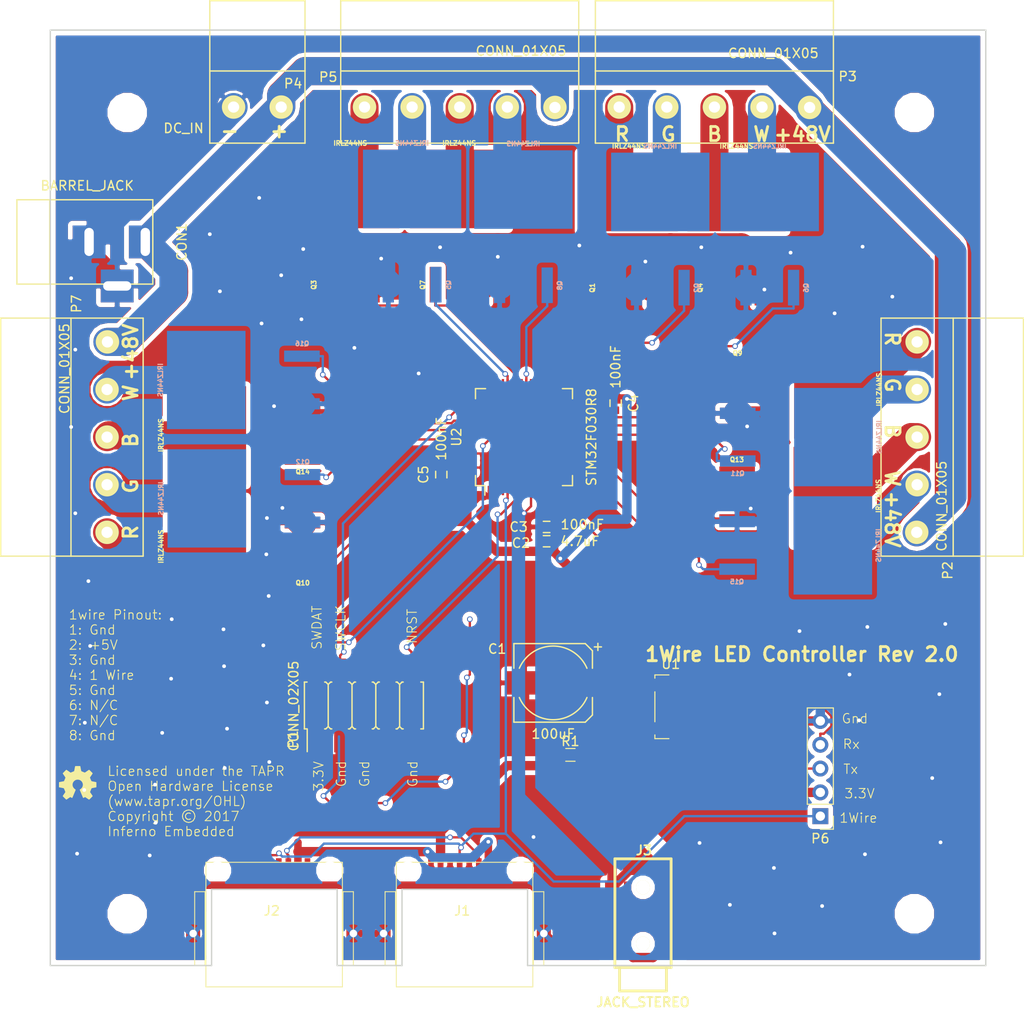
<source format=kicad_pcb>
(kicad_pcb (version 4) (host pcbnew 4.0.4-stable)
  (title_block (title "1Wire LED Controller") (date 2017-03-09) (rev 2.0) (company "Inferno Embedded") (comment 1 "Licensed under the TAPR Open Hardware License (www.tapr.org/OHL)") (comment 2 "Copyright © 2017 Inferno Embedded"))
  (layers (0 F.Cu signal) (31 B.Cu signal) (34 B.Paste user) (35 F.Paste user) (36 B.SilkS user) (37 F.SilkS user) (38 B.Mask user) (39 F.Mask user) (44 Edge.Cuts user))
  (net 0 "")
  (net 1 +5V)
  (net 2 GND)
  (net 3 +3V3)
  (net 4 +48V)
  (net 5 "Net-(J1-Pad7)")
  (net 6 "Net-(J1-Pad6)")
  (net 7 /1W-DATA)
  (net 8 "Net-(P1-Pad10)")
  (net 9 "Net-(P2-Pad1)")
  (net 10 "Net-(P3-Pad1)")
  (net 11 "Net-(P3-Pad2)")
  (net 12 "Net-(P3-Pad3)")
  (net 13 "Net-(P3-Pad4)")
  (net 14 "Net-(P5-Pad1)")
  (net 15 "Net-(P5-Pad2)")
  (net 16 "Net-(P5-Pad3)")
  (net 17 "Net-(P5-Pad4)")
  (net 18 "Net-(P2-Pad2)")
  (net 19 "Net-(C1-Pad1)")
  (net 20 "Net-(P2-Pad3)")
  (net 21 "Net-(P2-Pad4)")
  (net 22 "Net-(P7-Pad1)")
  (net 23 "Net-(P7-Pad2)")
  (net 24 "Net-(P7-Pad3)")
  (net 25 "Net-(P7-Pad4)")
  (net 26 /MAINS_ENABLE)
  (net 27 /SWCLK)
  (net 28 /SWDAT)
  (net 29 /UART_TX)
  (net 30 /UART_RX)
  (net 31 /CHAN2_R)
  (net 32 /CHAN2_G)
  (net 33 /CHAN1_R)
  (net 34 /CHAN2_B)
  (net 35 /CHAN1_G)
  (net 36 /CHAN2_W)
  (net 37 /CHAN1_B)
  (net 38 /CHAN1_W)
  (net 39 /CHAN3_R)
  (net 40 /CHAN0_R)
  (net 41 /CHAN3_G)
  (net 42 /CHAN0_G)
  (net 43 /CHAN3_B)
  (net 44 /CHAN0_B)
  (net 45 /CHAN3_W)
  (net 46 /CHAN0_W)
  (module Housings_QFP:LQFP-64_10x10mm_Pitch0.5mm (layer F.Cu) (at 180.34 104.14 90)
    (fp_text reference U2 (at 0 -7.2 90) (layer F.SilkS))
    (fp_text value STM32F030R8 (at 0 7.2 90) (layer F.SilkS))
    (pad 1 smd rect (at -5.7 -3.75 90) (size 1 0.25) (layers F.Cu F.Paste F.Mask) (net 3 +3V3))
    (pad 2 smd rect (at -5.7 -3.25 90) (size 1 0.25) (layers F.Cu F.Paste F.Mask))
    (pad 3 smd rect (at -5.7 -2.75 90) (size 1 0.25) (layers F.Cu F.Paste F.Mask))
    (pad 4 smd rect (at -5.7 -2.25 90) (size 1 0.25) (layers F.Cu F.Paste F.Mask))
    (pad 5 smd rect (at -5.7 -1.75 90) (size 1 0.25) (layers F.Cu F.Paste F.Mask) (net 7 /1W-DATA))
    (pad 6 smd rect (at -5.7 -1.25 90) (size 1 0.25) (layers F.Cu F.Paste F.Mask))
    (pad 7 smd rect (at -5.7 -0.75 90) (size 1 0.25) (layers F.Cu F.Paste F.Mask) (net 8 "Net-(P1-Pad10)"))
    (pad 8 smd rect (at -5.7 -0.25 90) (size 1 0.25) (layers F.Cu F.Paste F.Mask))
    (pad 9 smd rect (at -5.7 0.25 90) (size 1 0.25) (layers F.Cu F.Paste F.Mask))
    (pad 10 smd rect (at -5.7 0.75 90) (size 1 0.25) (layers F.Cu F.Paste F.Mask) (net 26 /MAINS_ENABLE))
    (pad 11 smd rect (at -5.7 1.25 90) (size 1 0.25) (layers F.Cu F.Paste F.Mask))
    (pad 12 smd rect (at -5.7 1.75 90) (size 1 0.25) (layers F.Cu F.Paste F.Mask) (net 2 GND))
    (pad 13 smd rect (at -5.7 2.25 90) (size 1 0.25) (layers F.Cu F.Paste F.Mask) (net 3 +3V3))
    (pad 14 smd rect (at -5.7 2.75 90) (size 1 0.25) (layers F.Cu F.Paste F.Mask))
    (pad 15 smd rect (at -5.7 3.25 90) (size 1 0.25) (layers F.Cu F.Paste F.Mask))
    (pad 16 smd rect (at -5.7 3.75 90) (size 1 0.25) (layers F.Cu F.Paste F.Mask) (net 29 /UART_TX))
    (pad 17 smd rect (at -3.75 5.7 180) (size 1 0.25) (layers F.Cu F.Paste F.Mask) (net 30 /UART_RX))
    (pad 18 smd rect (at -3.25 5.7 180) (size 1 0.25) (layers F.Cu F.Paste F.Mask))
    (pad 19 smd rect (at -2.75 5.7 180) (size 1 0.25) (layers F.Cu F.Paste F.Mask))
    (pad 20 smd rect (at -2.25 5.7 180) (size 1 0.25) (layers F.Cu F.Paste F.Mask))
    (pad 21 smd rect (at -1.75 5.7 180) (size 1 0.25) (layers F.Cu F.Paste F.Mask))
    (pad 22 smd rect (at -1.25 5.7 180) (size 1 0.25) (layers F.Cu F.Paste F.Mask))
    (pad 23 smd rect (at -0.75 5.7 180) (size 1 0.25) (layers F.Cu F.Paste F.Mask) (net 45 /CHAN3_W))
    (pad 24 smd rect (at -0.25 5.7 180) (size 1 0.25) (layers F.Cu F.Paste F.Mask))
    (pad 25 smd rect (at 0.25 5.7 180) (size 1 0.25) (layers F.Cu F.Paste F.Mask) (net 43 /CHAN3_B))
    (pad 26 smd rect (at 0.75 5.7 180) (size 1 0.25) (layers F.Cu F.Paste F.Mask))
    (pad 27 smd rect (at 1.25 5.7 180) (size 1 0.25) (layers F.Cu F.Paste F.Mask) (net 41 /CHAN3_G))
    (pad 28 smd rect (at 1.75 5.7 180) (size 1 0.25) (layers F.Cu F.Paste F.Mask))
    (pad 29 smd rect (at 2.25 5.7 180) (size 1 0.25) (layers F.Cu F.Paste F.Mask) (net 39 /CHAN3_R))
    (pad 30 smd rect (at 2.75 5.7 180) (size 1 0.25) (layers F.Cu F.Paste F.Mask))
    (pad 31 smd rect (at 3.25 5.7 180) (size 1 0.25) (layers F.Cu F.Paste F.Mask) (net 2 GND))
    (pad 32 smd rect (at 3.75 5.7 180) (size 1 0.25) (layers F.Cu F.Paste F.Mask) (net 3 +3V3))
    (pad 33 smd rect (at 5.7 3.75 90) (size 1 0.25) (layers F.Cu F.Paste F.Mask) (net 36 /CHAN2_W))
    (pad 34 smd rect (at 5.7 3.25 90) (size 1 0.25) (layers F.Cu F.Paste F.Mask) (net 34 /CHAN2_B))
    (pad 35 smd rect (at 5.7 2.75 90) (size 1 0.25) (layers F.Cu F.Paste F.Mask))
    (pad 36 smd rect (at 5.7 2.25 90) (size 1 0.25) (layers F.Cu F.Paste F.Mask) (net 32 /CHAN2_G))
    (pad 37 smd rect (at 5.7 1.75 90) (size 1 0.25) (layers F.Cu F.Paste F.Mask))
    (pad 38 smd rect (at 5.7 1.25 90) (size 1 0.25) (layers F.Cu F.Paste F.Mask) (net 31 /CHAN2_R))
    (pad 39 smd rect (at 5.7 0.75 90) (size 1 0.25) (layers F.Cu F.Paste F.Mask))
    (pad 40 smd rect (at 5.7 0.25 90) (size 1 0.25) (layers F.Cu F.Paste F.Mask) (net 38 /CHAN1_W))
    (pad 41 smd rect (at 5.7 -0.25 90) (size 1 0.25) (layers F.Cu F.Paste F.Mask))
    (pad 42 smd rect (at 5.7 -0.75 90) (size 1 0.25) (layers F.Cu F.Paste F.Mask) (net 37 /CHAN1_B))
    (pad 43 smd rect (at 5.7 -1.25 90) (size 1 0.25) (layers F.Cu F.Paste F.Mask))
    (pad 44 smd rect (at 5.7 -1.75 90) (size 1 0.25) (layers F.Cu F.Paste F.Mask) (net 35 /CHAN1_G))
    (pad 45 smd rect (at 5.7 -2.25 90) (size 1 0.25) (layers F.Cu F.Paste F.Mask))
    (pad 46 smd rect (at 5.7 -2.75 90) (size 1 0.25) (layers F.Cu F.Paste F.Mask) (net 28 /SWDAT))
    (pad 47 smd rect (at 5.7 -3.25 90) (size 1 0.25) (layers F.Cu F.Paste F.Mask))
    (pad 48 smd rect (at 5.7 -3.75 90) (size 1 0.25) (layers F.Cu F.Paste F.Mask) (net 33 /CHAN1_R))
    (pad 49 smd rect (at 3.75 -5.7 180) (size 1 0.25) (layers F.Cu F.Paste F.Mask) (net 27 /SWCLK))
    (pad 50 smd rect (at 3.25 -5.7 180) (size 1 0.25) (layers F.Cu F.Paste F.Mask))
    (pad 51 smd rect (at 2.75 -5.7 180) (size 1 0.25) (layers F.Cu F.Paste F.Mask))
    (pad 52 smd rect (at 2.25 -5.7 180) (size 1 0.25) (layers F.Cu F.Paste F.Mask))
    (pad 53 smd rect (at 1.75 -5.7 180) (size 1 0.25) (layers F.Cu F.Paste F.Mask) (net 46 /CHAN0_W))
    (pad 54 smd rect (at 1.25 -5.7 180) (size 1 0.25) (layers F.Cu F.Paste F.Mask))
    (pad 55 smd rect (at 0.75 -5.7 180) (size 1 0.25) (layers F.Cu F.Paste F.Mask) (net 44 /CHAN0_B))
    (pad 56 smd rect (at 0.25 -5.7 180) (size 1 0.25) (layers F.Cu F.Paste F.Mask))
    (pad 57 smd rect (at -0.25 -5.7 180) (size 1 0.25) (layers F.Cu F.Paste F.Mask) (net 42 /CHAN0_G))
    (pad 58 smd rect (at -0.75 -5.7 180) (size 1 0.25) (layers F.Cu F.Paste F.Mask))
    (pad 59 smd rect (at -1.25 -5.7 180) (size 1 0.25) (layers F.Cu F.Paste F.Mask) (net 40 /CHAN0_R))
    (pad 60 smd rect (at -1.75 -5.7 180) (size 1 0.25) (layers F.Cu F.Paste F.Mask) (net 2 GND))
    (pad 61 smd rect (at -2.25 -5.7 180) (size 1 0.25) (layers F.Cu F.Paste F.Mask))
    (pad 62 smd rect (at -2.75 -5.7 180) (size 1 0.25) (layers F.Cu F.Paste F.Mask))
    (pad 63 smd rect (at -3.25 -5.7 180) (size 1 0.25) (layers F.Cu F.Paste F.Mask) (net 2 GND))
    (pad 64 smd rect (at -3.75 -5.7 180) (size 1 0.25) (layers F.Cu F.Paste F.Mask) (net 3 +3V3))
  )
  (module kicad-open-modules:D2PAK (layer F.Cu) (at 203.01 77.978)
    (fp_text reference Q4 (at -3.87858 10.23366 90) (layer F.SilkS) (effects (font (size 0.5 0.5) (thickness 0.125))))
    (fp_text value IRLZ44NS (at 0.00254 -4.88188) (layer F.SilkS) (effects (font (size 0.5 0.5) (thickness 0.125))))
    (pad 3 smd rect (at 2.54 10.213) (size 1.2 3.8) (layers F.Cu F.Paste F.Mask) (net 2 GND))
    (pad 1 smd rect (at -2.54 10.213) (size 1.2 3.8) (layers F.Cu F.Paste F.Mask) (net 34 /CHAN2_B))
    (pad 2 smd rect (at 0 0) (size 10.49 8.38) (layers F.Cu F.Paste F.Mask) (net 12 "Net-(P3-Pad3)"))
  )
  (module Pin_Headers:Pin_Header_Straight_SMT_02x05 (layer F.Cu) (at 163.258 132.778)
    (fp_text reference P1 (at -7.5565 3.6195 90) (layer F.SilkS))
    (fp_text value CONN_02X05 (at -7.493 0.0635 90) (layer F.SilkS))
    (pad 1 smd rect (at -5.08 3.2) (size 1.27 3.6) (layers F.Cu F.Paste F.Mask) (net 3 +3V3))
    (pad 3 smd rect (at -2.54 3.2) (size 1.27 3.6) (layers F.Cu F.Paste F.Mask) (net 2 GND))
    (pad 5 smd rect (at 0 3.2) (size 1.27 3.6) (layers F.Cu F.Paste F.Mask) (net 2 GND))
    (pad 7 smd rect (at 2.54 3.2) (size 1.27 3.6) (layers F.Cu F.Paste F.Mask))
    (pad 8 smd rect (at 2.54 -3.2) (size 1.27 3.6) (layers F.Cu F.Paste F.Mask))
    (pad 6 smd rect (at 0 -3.2) (size 1.27 3.6) (layers F.Cu F.Paste F.Mask))
    (pad 4 smd rect (at -2.54 -3.2) (size 1.27 3.6) (layers F.Cu F.Paste F.Mask) (net 27 /SWCLK))
    (pad 2 smd rect (at -5.08 -3.2) (size 1.27 3.6) (layers F.Cu F.Paste F.Mask) (net 28 /SWDAT))
    (pad 9 smd rect (at 5.08 3.2) (size 1.27 3.6) (layers F.Cu F.Paste F.Mask) (net 2 GND))
    (pad 10 smd rect (at 5.08 -3.2) (size 1.27 3.6) (layers F.Cu F.Paste F.Mask) (net 8 "Net-(P1-Pad10)"))
  )
  (module RJ45:RJ45-ChinaSMD (layer F.Cu) (at 161.036 149.606 180)
    (fp_text reference J2 (at 7.61 -5.08 180) (layer F.SilkS))
    (fp_text value RJ45)
    (pad 9 smd rect (at 16 -7.5 180) (size 1.5 4) (layers F.Cu F.Paste F.Mask) (net 2 GND))
    (pad 9 thru_hole circle (at 16 -7.5 180) (size 0.9 0.9) (drill 0.8) (layers *.Cu *.Mask) (net 2 GND))
    (pad "" np_thru_hole circle (at 13.4 -0.76 180) (size 1.9 1.9) (drill 1.9) (layers *.Cu *.Mask))
    (pad "" np_thru_hole circle (at 1.41 -0.76 180) (size 1.9 1.9) (drill 1.9) (layers *.Cu *.Mask))
    (pad 8 smd rect (at 3.8 -0.52 180) (size 0.6 2.1) (layers F.Cu F.Paste F.Mask) (net 2 GND))
    (pad 7 smd rect (at 4.82 -0.52 180) (size 0.6 2.1) (layers F.Cu F.Paste F.Mask) (net 5 "Net-(J1-Pad7)"))
    (pad 6 smd rect (at 5.84 -0.52 180) (size 0.6 2.1) (layers F.Cu F.Paste F.Mask) (net 6 "Net-(J1-Pad6)"))
    (pad 5 smd rect (at 6.86 -0.52 180) (size 0.6 2.1) (layers F.Cu F.Paste F.Mask) (net 2 GND))
    (pad 4 smd rect (at 7.88 -0.52 180) (size 0.6 2.1) (layers F.Cu F.Paste F.Mask) (net 7 /1W-DATA))
    (pad 3 smd rect (at 8.9 -0.52 180) (size 0.6 2.1) (layers F.Cu F.Paste F.Mask) (net 2 GND))
    (pad 2 smd rect (at 9.92 -0.52 180) (size 0.6 2.1) (layers F.Cu F.Paste F.Mask) (net 1 +5V))
    (pad 1 smd rect (at 10.94 -0.52 180) (size 0.6 2.1) (layers F.Cu F.Paste F.Mask) (net 2 GND))
    (pad 9 thru_hole circle (at -1.1 -7.5 180) (size 0.9 0.9) (drill 0.8) (layers *.Cu *.Mask) (net 2 GND))
    (pad 9 smd rect (at -1.1 -7.5 180) (size 1.5 4) (layers F.Cu F.Paste F.Mask) (net 2 GND))
  )
  (module kicad-open-modules:D2PAK (layer B.Cu) (at 180.276 77.724 180)
    (fp_text reference Q8 (at -3.87858 -10.23366 450) (layer B.SilkS) (effects (font (size 0.5 0.5) (thickness 0.125)) (justify mirror)))
    (fp_text value IRLZ44NS (at 0.00254 4.88188 180) (layer B.SilkS) (effects (font (size 0.5 0.5) (thickness 0.125)) (justify mirror)))
    (pad 3 smd rect (at 2.54 -10.213 180) (size 1.2 3.8) (layers B.Cu B.Paste B.Mask) (net 2 GND))
    (pad 1 smd rect (at -2.54 -10.213 180) (size 1.2 3.8) (layers B.Cu B.Paste B.Mask) (net 38 /CHAN1_W))
    (pad 2 smd rect (at 0 0 180) (size 10.49 8.38) (layers B.Cu B.Paste B.Mask) (net 17 "Net-(P5-Pad4)"))
  )
  (module Connect:BARREL_JACK (layer F.Cu) (at 133.731 83.312)
    (fp_text reference CON1 (at 10.09904 0 90) (layer F.SilkS))
    (fp_text value BARREL_JACK (at 0 -5.99948) (layer F.SilkS))
    (pad 1 thru_hole rect (at 6.20014 0) (size 3.50012 3.50012) (drill oval 1.00076 2.99974) (layers *.Cu *.Mask) (net 4 +48V))
    (pad 2 thru_hole rect (at 0.20066 0) (size 3.50012 3.50012) (drill oval 1.00076 2.99974) (layers *.Cu *.Mask) (net 2 GND))
    (pad 3 thru_hole rect (at 3.2004 4.699) (size 3.50012 3.50012) (drill oval 2.99974 1.00076) (layers *.Cu *.Mask) (net 2 GND))
  )
  (module Mounting_Holes:MountingHole_3.2mm_M3 (layer F.Cu) (at 138 155)
    (fp_text reference REF3 hide)
    (fp_text value MountingHole_3.2mm_M3 hide)
    (pad 1 np_thru_hole circle (at 0 0) (size 3.2 3.2) (drill 3.2) (layers *.Cu *.Mask))
  )
  (module Mounting_Holes:MountingHole_3.2mm_M3 (layer F.Cu) (at 222 155)
    (fp_text reference REF4 hide)
    (fp_text value MountingHole_3.2mm_M3 hide)
    (pad 1 np_thru_hole circle (at 0 0) (size 3.2 3.2) (drill 3.2) (layers *.Cu *.Mask))
  )
  (module Mounting_Holes:MountingHole_3.2mm_M3 (layer F.Cu) (at 222 69.5)
    (fp_text reference REF2 hide)
    (fp_text value MountingHole_3.2mm_M3 hide)
    (pad 1 np_thru_hole circle (at 0 0) (size 3.2 3.2) (drill 3.2) (layers *.Cu *.Mask))
  )
  (module Capacitors_SMD:c_elec_8x6.7 (layer F.Cu) (at 183.452 130.366 180)
    (fp_text reference C1 (at 5.969 3.6195 180) (layer F.SilkS))
    (fp_text value 100uF (at 0 -5.4483 180) (layer F.SilkS))
    (fp_text user + (at -4.7752 3.9116 180) (layer F.SilkS))
    (pad 1 smd rect (at -3.05 0) (size 4 2.5) (layers F.Cu F.Paste F.Mask) (net 19 "Net-(C1-Pad1)"))
    (pad 2 smd rect (at 3.05 0) (size 4 2.5) (layers F.Cu F.Paste F.Mask) (net 2 GND))
  )
  (module Capacitors_SMD:C_0603 (layer F.Cu) (at 182.753 115.252 180)
    (fp_text reference C2 (at 2.7305 -0.1905 180) (layer F.SilkS))
    (fp_text value 4.7uF (at -3.556 0 180) (layer F.SilkS))
    (pad 1 smd rect (at -0.75 0 180) (size 0.8 0.75) (layers F.Cu F.Paste F.Mask) (net 3 +3V3))
    (pad 2 smd rect (at 0.75 0 180) (size 0.8 0.75) (layers F.Cu F.Paste F.Mask) (net 2 GND))
  )
  (module Capacitors_SMD:C_0603 (layer F.Cu) (at 182.753 113.728 180)
    (fp_text reference C3 (at 2.9845 0 180) (layer F.SilkS))
    (fp_text value 100nF (at -3.81 0.254 180) (layer F.SilkS))
    (pad 1 smd rect (at -0.75 0 180) (size 0.8 0.75) (layers F.Cu F.Paste F.Mask) (net 3 +3V3))
    (pad 2 smd rect (at 0.75 0 180) (size 0.8 0.75) (layers F.Cu F.Paste F.Mask) (net 2 GND))
  )
  (module Capacitors_SMD:C_0603 (layer F.Cu) (at 190.119 100.52 270)
    (fp_text reference C4 (at 0 -1.9 270) (layer F.SilkS))
    (fp_text value 100nF (at -3.8735 0 270) (layer F.SilkS))
    (pad 1 smd rect (at -0.75 0 270) (size 0.8 0.75) (layers F.Cu F.Paste F.Mask) (net 3 +3V3))
    (pad 2 smd rect (at 0.75 0 270) (size 0.8 0.75) (layers F.Cu F.Paste F.Mask) (net 2 GND))
  )
  (module Capacitors_SMD:C_0603 (layer F.Cu) (at 171.514 108.14 90)
    (fp_text reference C5 (at 0 -1.9 90) (layer F.SilkS))
    (fp_text value 100nF (at 3.81 0 90) (layer F.SilkS))
    (pad 1 smd rect (at -0.75 0 90) (size 0.8 0.75) (layers F.Cu F.Paste F.Mask) (net 3 +3V3))
    (pad 2 smd rect (at 0.75 0 90) (size 0.8 0.75) (layers F.Cu F.Paste F.Mask) (net 2 GND))
  )
  (module RJ45:RJ45-ChinaSMD (layer F.Cu) (at 181.356 149.606 180)
    (fp_text reference J1 (at 7.61 -5.08 180) (layer F.SilkS))
    (fp_text value RJ45)
    (pad 9 smd rect (at 16 -7.5 180) (size 1.5 4) (layers F.Cu F.Paste F.Mask) (net 2 GND))
    (pad 9 thru_hole circle (at 16 -7.5 180) (size 0.9 0.9) (drill 0.8) (layers *.Cu *.Mask) (net 2 GND))
    (pad "" np_thru_hole circle (at 13.4 -0.76 180) (size 1.9 1.9) (drill 1.9) (layers *.Cu *.Mask))
    (pad "" np_thru_hole circle (at 1.41 -0.76 180) (size 1.9 1.9) (drill 1.9) (layers *.Cu *.Mask))
    (pad 8 smd rect (at 3.8 -0.52 180) (size 0.6 2.1) (layers F.Cu F.Paste F.Mask) (net 2 GND))
    (pad 7 smd rect (at 4.82 -0.52 180) (size 0.6 2.1) (layers F.Cu F.Paste F.Mask) (net 5 "Net-(J1-Pad7)"))
    (pad 6 smd rect (at 5.84 -0.52 180) (size 0.6 2.1) (layers F.Cu F.Paste F.Mask) (net 6 "Net-(J1-Pad6)"))
    (pad 5 smd rect (at 6.86 -0.52 180) (size 0.6 2.1) (layers F.Cu F.Paste F.Mask) (net 2 GND))
    (pad 4 smd rect (at 7.88 -0.52 180) (size 0.6 2.1) (layers F.Cu F.Paste F.Mask) (net 7 /1W-DATA))
    (pad 3 smd rect (at 8.9 -0.52 180) (size 0.6 2.1) (layers F.Cu F.Paste F.Mask) (net 2 GND))
    (pad 2 smd rect (at 9.92 -0.52 180) (size 0.6 2.1) (layers F.Cu F.Paste F.Mask) (net 1 +5V))
    (pad 1 smd rect (at 10.94 -0.52 180) (size 0.6 2.1) (layers F.Cu F.Paste F.Mask) (net 2 GND))
    (pad 9 thru_hole circle (at -1.1 -7.5 180) (size 0.9 0.9) (drill 0.8) (layers *.Cu *.Mask) (net 2 GND))
    (pad 9 smd rect (at -1.1 -7.5 180) (size 1.5 4) (layers F.Cu F.Paste F.Mask) (net 2 GND))
  )
  (module 2EDCK-Screw-Connectors:2EDCK-5.08-5PIN (layer F.Cu) (at 187.96 72.771)
    (fp_text reference P3 (at 26.924 -7.112) (layer F.SilkS))
    (fp_text value CONN_01X05 (at 18.9865 -9.5885) (layer F.SilkS))
    (pad 1 thru_hole circle (at 2.54 -3.85) (size 2.5 2.5) (drill 1.2) (layers *.Cu *.Mask F.SilkS) (net 10 "Net-(P3-Pad1)"))
    (pad 2 thru_hole circle (at 7.62 -3.85) (size 2.5 2.5) (drill 1.2) (layers *.Cu *.Mask F.SilkS) (net 11 "Net-(P3-Pad2)"))
    (pad 3 thru_hole circle (at 12.7 -3.85) (size 2.5 2.5) (drill 1.2) (layers *.Cu *.Mask F.SilkS) (net 12 "Net-(P3-Pad3)"))
    (pad 4 thru_hole circle (at 17.78 -3.85) (size 2.5 2.5) (drill 1.2) (layers *.Cu *.Mask F.SilkS) (net 13 "Net-(P3-Pad4)"))
    (pad 5 thru_hole circle (at 22.86 -3.81) (size 2.5 2.5) (drill 1.2) (layers *.Cu *.Mask F.SilkS) (net 4 +48V))
  )
  (module 2EDCK-Screw-Connectors:2EDCK-5.08-2PIN (layer F.Cu) (at 146.812 72.771)
    (fp_text reference P4 (at 8.89 -6.35) (layer F.SilkS))
    (fp_text value DC_IN (at -2.794 -1.5875) (layer F.SilkS))
    (pad 1 thru_hole circle (at 2.54 -3.85) (size 2.5 2.5) (drill 1.2) (layers *.Cu *.Mask F.SilkS) (net 2 GND))
    (pad 2 thru_hole circle (at 7.62 -3.85) (size 2.5 2.5) (drill 1.2) (layers *.Cu *.Mask F.SilkS) (net 4 +48V))
  )
  (module 2EDCK-Screw-Connectors:2EDCK-5.08-5PIN (layer F.Cu) (at 160.782 72.771)
    (fp_text reference P5 (at -1.3335 -7.0485) (layer F.SilkS))
    (fp_text value CONN_01X05 (at 19.2405 -9.8425) (layer F.SilkS))
    (pad 1 thru_hole circle (at 2.54 -3.85) (size 2.5 2.5) (drill 1.2) (layers *.Cu *.Mask F.SilkS) (net 14 "Net-(P5-Pad1)"))
    (pad 2 thru_hole circle (at 7.62 -3.85) (size 2.5 2.5) (drill 1.2) (layers *.Cu *.Mask F.SilkS) (net 15 "Net-(P5-Pad2)"))
    (pad 3 thru_hole circle (at 12.7 -3.85) (size 2.5 2.5) (drill 1.2) (layers *.Cu *.Mask F.SilkS) (net 16 "Net-(P5-Pad3)"))
    (pad 4 thru_hole circle (at 17.78 -3.85) (size 2.5 2.5) (drill 1.2) (layers *.Cu *.Mask F.SilkS) (net 17 "Net-(P5-Pad4)"))
    (pad 5 thru_hole circle (at 22.86 -3.81) (size 2.5 2.5) (drill 1.2) (layers *.Cu *.Mask F.SilkS) (net 4 +48V))
  )
  (module kicad-open-modules:D2PAK (layer F.Cu) (at 191.516 77.978)
    (fp_text reference Q1 (at -3.87858 10.23366 90) (layer F.SilkS) (effects (font (size 0.5 0.5) (thickness 0.125))))
    (fp_text value IRLZ44NS (at 0.00254 -4.88188) (layer F.SilkS) (effects (font (size 0.5 0.5) (thickness 0.125))))
    (pad 3 smd rect (at 2.54 10.213) (size 1.2 3.8) (layers F.Cu F.Paste F.Mask) (net 2 GND))
    (pad 1 smd rect (at -2.54 10.213) (size 1.2 3.8) (layers F.Cu F.Paste F.Mask) (net 31 /CHAN2_R))
    (pad 2 smd rect (at 0 0) (size 10.49 8.38) (layers F.Cu F.Paste F.Mask) (net 10 "Net-(P3-Pad1)"))
  )
  (module kicad-open-modules:D2PAK (layer B.Cu) (at 194.882 77.978 180)
    (fp_text reference Q2 (at -3.87858 -10.23366 450) (layer B.SilkS) (effects (font (size 0.5 0.5) (thickness 0.125)) (justify mirror)))
    (fp_text value IRLZ44NS (at 0.00254 4.88188 180) (layer B.SilkS) (effects (font (size 0.5 0.5) (thickness 0.125)) (justify mirror)))
    (pad 3 smd rect (at 2.54 -10.213 180) (size 1.2 3.8) (layers B.Cu B.Paste B.Mask) (net 2 GND))
    (pad 1 smd rect (at -2.54 -10.213 180) (size 1.2 3.8) (layers B.Cu B.Paste B.Mask) (net 32 /CHAN2_G))
    (pad 2 smd rect (at 0 0 180) (size 10.49 8.38) (layers B.Cu B.Paste B.Mask) (net 11 "Net-(P3-Pad2)"))
  )
  (module kicad-open-modules:D2PAK (layer F.Cu) (at 161.798 77.6605)
    (fp_text reference Q3 (at -3.87858 10.23366 90) (layer F.SilkS) (effects (font (size 0.5 0.5) (thickness 0.125))))
    (fp_text value IRLZ44NS (at 0.00254 -4.88188) (layer F.SilkS) (effects (font (size 0.5 0.5) (thickness 0.125))))
    (pad 3 smd rect (at 2.54 10.213) (size 1.2 3.8) (layers F.Cu F.Paste F.Mask) (net 2 GND))
    (pad 1 smd rect (at -2.54 10.213) (size 1.2 3.8) (layers F.Cu F.Paste F.Mask) (net 33 /CHAN1_R))
    (pad 2 smd rect (at 0 0) (size 10.49 8.38) (layers F.Cu F.Paste F.Mask) (net 14 "Net-(P5-Pad1)"))
  )
  (module kicad-open-modules:D2PAK (layer B.Cu) (at 168.402 77.6605 180)
    (fp_text reference Q5 (at -3.87858 -10.23366 450) (layer B.SilkS) (effects (font (size 0.5 0.5) (thickness 0.125)) (justify mirror)))
    (fp_text value IRLZ44NS (at 0.00254 4.88188 180) (layer B.SilkS) (effects (font (size 0.5 0.5) (thickness 0.125)) (justify mirror)))
    (pad 3 smd rect (at 2.54 -10.213 180) (size 1.2 3.8) (layers B.Cu B.Paste B.Mask) (net 2 GND))
    (pad 1 smd rect (at -2.54 -10.213 180) (size 1.2 3.8) (layers B.Cu B.Paste B.Mask) (net 35 /CHAN1_G))
    (pad 2 smd rect (at 0 0 180) (size 10.49 8.38) (layers B.Cu B.Paste B.Mask) (net 15 "Net-(P5-Pad2)"))
  )
  (module kicad-open-modules:D2PAK (layer B.Cu) (at 206.566 77.978 180)
    (fp_text reference Q6 (at -3.87858 -10.23366 450) (layer B.SilkS) (effects (font (size 0.5 0.5) (thickness 0.125)) (justify mirror)))
    (fp_text value IRLZ44NS (at 0.00254 4.88188 180) (layer B.SilkS) (effects (font (size 0.5 0.5) (thickness 0.125)) (justify mirror)))
    (pad 3 smd rect (at 2.54 -10.213 180) (size 1.2 3.8) (layers B.Cu B.Paste B.Mask) (net 2 GND))
    (pad 1 smd rect (at -2.54 -10.213 180) (size 1.2 3.8) (layers B.Cu B.Paste B.Mask) (net 36 /CHAN2_W))
    (pad 2 smd rect (at 0 0 180) (size 10.49 8.38) (layers B.Cu B.Paste B.Mask) (net 13 "Net-(P3-Pad4)"))
  )
  (module kicad-open-modules:D2PAK (layer F.Cu) (at 173.418 77.6605)
    (fp_text reference Q7 (at -3.87858 10.23366 90) (layer F.SilkS) (effects (font (size 0.5 0.5) (thickness 0.125))))
    (fp_text value IRLZ44NS (at 0.00254 -4.88188) (layer F.SilkS) (effects (font (size 0.5 0.5) (thickness 0.125))))
    (pad 3 smd rect (at 2.54 10.213) (size 1.2 3.8) (layers F.Cu F.Paste F.Mask) (net 2 GND))
    (pad 1 smd rect (at -2.54 10.213) (size 1.2 3.8) (layers F.Cu F.Paste F.Mask) (net 37 /CHAN1_B))
    (pad 2 smd rect (at 0 0) (size 10.49 8.38) (layers F.Cu F.Paste F.Mask) (net 16 "Net-(P5-Pad3)"))
  )
  (module Mounting_Holes:MountingHole_3.2mm_M3 (layer F.Cu) (at 138 69.5)
    (fp_text reference REF1 hide)
    (fp_text value MountingHole_3.2mm_M3 hide)
    (pad 1 np_thru_hole circle (at 0 0) (size 3.2 3.2) (drill 3.2) (layers *.Cu *.Mask))
  )
  (module "OSHW Logo:OSHW-logo_silkscreen-front_4mm" (layer F.Cu) (at 132.715 141.0335)
    (fp_text reference G*** hide)
    (fp_text value OSHW-logo_silkscreen-front_4mm hide)
  )
  (module 2EDCK-Screw-Connectors:2EDCK-5.08-5PIN (layer F.Cu) (at 218.44 91.44 270)
    (fp_text reference P2 (at 26.924 -7.112 270) (layer F.SilkS))
    (fp_text value CONN_01X05 (at 20.066 -6.477 270) (layer F.SilkS))
    (pad 1 thru_hole circle (at 2.54 -3.85 270) (size 2.5 2.5) (drill 1.2) (layers *.Cu *.Mask F.SilkS) (net 9 "Net-(P2-Pad1)"))
    (pad 2 thru_hole circle (at 7.62 -3.85 270) (size 2.5 2.5) (drill 1.2) (layers *.Cu *.Mask F.SilkS) (net 18 "Net-(P2-Pad2)"))
    (pad 3 thru_hole circle (at 12.7 -3.85 270) (size 2.5 2.5) (drill 1.2) (layers *.Cu *.Mask F.SilkS) (net 20 "Net-(P2-Pad3)"))
    (pad 4 thru_hole circle (at 17.78 -3.85 270) (size 2.5 2.5) (drill 1.2) (layers *.Cu *.Mask F.SilkS) (net 21 "Net-(P2-Pad4)"))
    (pad 5 thru_hole circle (at 22.86 -3.81 270) (size 2.5 2.5) (drill 1.2) (layers *.Cu *.Mask F.SilkS) (net 4 +48V))
  )
  (module Pin_Headers:Pin_Header_Straight_1x05_Pitch2.54mm (layer F.Cu) (at 211.963 144.59 180)
    (fp_text reference P6 (at 0 -2.39 180) (layer F.SilkS))
    (fp_text value CONN_01X05)
    (pad 1 thru_hole rect (at 0 0 180) (size 1.7 1.7) (drill 1) (layers *.Cu *.Mask) (net 7 /1W-DATA))
    (pad 2 thru_hole oval (at 0 2.54 180) (size 1.7 1.7) (drill 1) (layers *.Cu *.Mask) (net 3 +3V3))
    (pad 3 thru_hole oval (at 0 5.08 180) (size 1.7 1.7) (drill 1) (layers *.Cu *.Mask) (net 29 /UART_TX))
    (pad 4 thru_hole oval (at 0 7.62 180) (size 1.7 1.7) (drill 1) (layers *.Cu *.Mask) (net 30 /UART_RX))
    (pad 5 thru_hole oval (at 0 10.16 180) (size 1.7 1.7) (drill 1) (layers *.Cu *.Mask) (net 2 GND))
  )
  (module 2EDCK-Screw-Connectors:2EDCK-5.08-5PIN (layer F.Cu) (at 139.7 116.84 90)
    (fp_text reference P7 (at 26.924 -7.112 90) (layer F.SilkS))
    (fp_text value CONN_01X05 (at 20.0025 -8.382 90) (layer F.SilkS))
    (pad 1 thru_hole circle (at 2.54 -3.85 90) (size 2.5 2.5) (drill 1.2) (layers *.Cu *.Mask F.SilkS) (net 22 "Net-(P7-Pad1)"))
    (pad 2 thru_hole circle (at 7.62 -3.85 90) (size 2.5 2.5) (drill 1.2) (layers *.Cu *.Mask F.SilkS) (net 23 "Net-(P7-Pad2)"))
    (pad 3 thru_hole circle (at 12.7 -3.85 90) (size 2.5 2.5) (drill 1.2) (layers *.Cu *.Mask F.SilkS) (net 24 "Net-(P7-Pad3)"))
    (pad 4 thru_hole circle (at 17.78 -3.85 90) (size 2.5 2.5) (drill 1.2) (layers *.Cu *.Mask F.SilkS) (net 25 "Net-(P7-Pad4)"))
    (pad 5 thru_hole circle (at 22.86 -3.81 90) (size 2.5 2.5) (drill 1.2) (layers *.Cu *.Mask F.SilkS) (net 4 +48V))
  )
  (module kicad-open-modules:D2PAK (layer F.Cu) (at 213.36 99.06 270)
    (fp_text reference Q9 (at -3.87858 10.23366 360) (layer F.SilkS) (effects (font (size 0.5 0.5) (thickness 0.125))))
    (fp_text value IRLZ44NS (at 0.00254 -4.88188 270) (layer F.SilkS) (effects (font (size 0.5 0.5) (thickness 0.125))))
    (pad 3 smd rect (at 2.54 10.213 270) (size 1.2 3.8) (layers F.Cu F.Paste F.Mask) (net 2 GND))
    (pad 1 smd rect (at -2.54 10.213 270) (size 1.2 3.8) (layers F.Cu F.Paste F.Mask) (net 39 /CHAN3_R))
    (pad 2 smd rect (at 0 0 270) (size 10.49 8.38) (layers F.Cu F.Paste F.Mask) (net 9 "Net-(P2-Pad1)"))
  )
  (module kicad-open-modules:D2PAK (layer F.Cu) (at 146.494 115.824 90)
    (fp_text reference Q10 (at -3.87858 10.23366 180) (layer F.SilkS) (effects (font (size 0.5 0.5) (thickness 0.125))))
    (fp_text value IRLZ44NS (at 0.00254 -4.88188 90) (layer F.SilkS) (effects (font (size 0.5 0.5) (thickness 0.125))))
    (pad 3 smd rect (at 2.54 10.213 90) (size 1.2 3.8) (layers F.Cu F.Paste F.Mask) (net 2 GND))
    (pad 1 smd rect (at -2.54 10.213 90) (size 1.2 3.8) (layers F.Cu F.Paste F.Mask) (net 40 /CHAN0_R))
    (pad 2 smd rect (at 0 0 90) (size 10.49 8.38) (layers F.Cu F.Paste F.Mask) (net 22 "Net-(P7-Pad1)"))
  )
  (module kicad-open-modules:D2PAK (layer B.Cu) (at 213.36 104.14 90)
    (fp_text reference Q11 (at -3.87858 -10.23366 360) (layer B.SilkS) (effects (font (size 0.5 0.5) (thickness 0.125)) (justify mirror)))
    (fp_text value IRLZ44NS (at 0.00254 4.88188 90) (layer B.SilkS) (effects (font (size 0.5 0.5) (thickness 0.125)) (justify mirror)))
    (pad 3 smd rect (at 2.54 -10.213 90) (size 1.2 3.8) (layers B.Cu B.Paste B.Mask) (net 2 GND))
    (pad 1 smd rect (at -2.54 -10.213 90) (size 1.2 3.8) (layers B.Cu B.Paste B.Mask) (net 41 /CHAN3_G))
    (pad 2 smd rect (at 0 0 90) (size 10.49 8.38) (layers B.Cu B.Paste B.Mask) (net 18 "Net-(P2-Pad2)"))
  )
  (module kicad-open-modules:D2PAK (layer B.Cu) (at 146.494 110.68 270)
    (fp_text reference Q12 (at -3.87858 -10.23366 540) (layer B.SilkS) (effects (font (size 0.5 0.5) (thickness 0.125)) (justify mirror)))
    (fp_text value IRLZ44NS (at 0.00254 4.88188 270) (layer B.SilkS) (effects (font (size 0.5 0.5) (thickness 0.125)) (justify mirror)))
    (pad 3 smd rect (at 2.54 -10.213 270) (size 1.2 3.8) (layers B.Cu B.Paste B.Mask) (net 2 GND))
    (pad 1 smd rect (at -2.54 -10.213 270) (size 1.2 3.8) (layers B.Cu B.Paste B.Mask) (net 42 /CHAN0_G))
    (pad 2 smd rect (at 0 0 270) (size 10.49 8.38) (layers B.Cu B.Paste B.Mask) (net 23 "Net-(P7-Pad2)"))
  )
  (module kicad-open-modules:D2PAK (layer F.Cu) (at 213.296 110.426 270)
    (fp_text reference Q13 (at -3.87858 10.23366 360) (layer F.SilkS) (effects (font (size 0.5 0.5) (thickness 0.125))))
    (fp_text value IRLZ44NS (at 0.00254 -4.88188 270) (layer F.SilkS) (effects (font (size 0.5 0.5) (thickness 0.125))))
    (pad 3 smd rect (at 2.54 10.213 270) (size 1.2 3.8) (layers F.Cu F.Paste F.Mask) (net 2 GND))
    (pad 1 smd rect (at -2.54 10.213 270) (size 1.2 3.8) (layers F.Cu F.Paste F.Mask) (net 43 /CHAN3_B))
    (pad 2 smd rect (at 0 0 270) (size 10.49 8.38) (layers F.Cu F.Paste F.Mask) (net 20 "Net-(P2-Pad3)"))
  )
  (module kicad-open-modules:D2PAK (layer F.Cu) (at 146.494 103.95 90)
    (fp_text reference Q14 (at -3.87858 10.23366 180) (layer F.SilkS) (effects (font (size 0.5 0.5) (thickness 0.125))))
    (fp_text value IRLZ44NS (at 0.00254 -4.88188 90) (layer F.SilkS) (effects (font (size 0.5 0.5) (thickness 0.125))))
    (pad 3 smd rect (at 2.54 10.213 90) (size 1.2 3.8) (layers F.Cu F.Paste F.Mask) (net 2 GND))
    (pad 1 smd rect (at -2.54 10.213 90) (size 1.2 3.8) (layers F.Cu F.Paste F.Mask) (net 44 /CHAN0_B))
    (pad 2 smd rect (at 0 0 90) (size 10.49 8.38) (layers F.Cu F.Paste F.Mask) (net 24 "Net-(P7-Pad3)"))
  )
  (module kicad-open-modules:D2PAK (layer B.Cu) (at 213.296 115.697 90)
    (fp_text reference Q15 (at -3.87858 -10.23366 360) (layer B.SilkS) (effects (font (size 0.5 0.5) (thickness 0.125)) (justify mirror)))
    (fp_text value IRLZ44NS (at 0.00254 4.88188 90) (layer B.SilkS) (effects (font (size 0.5 0.5) (thickness 0.125)) (justify mirror)))
    (pad 3 smd rect (at 2.54 -10.213 90) (size 1.2 3.8) (layers B.Cu B.Paste B.Mask) (net 2 GND))
    (pad 1 smd rect (at -2.54 -10.213 90) (size 1.2 3.8) (layers B.Cu B.Paste B.Mask) (net 45 /CHAN3_W))
    (pad 2 smd rect (at 0 0 90) (size 10.49 8.38) (layers B.Cu B.Paste B.Mask) (net 21 "Net-(P2-Pad4)"))
  )
  (module kicad-open-modules:D2PAK (layer B.Cu) (at 146.431 98.044 270)
    (fp_text reference Q16 (at -3.87858 -10.23366 540) (layer B.SilkS) (effects (font (size 0.5 0.5) (thickness 0.125)) (justify mirror)))
    (fp_text value IRLZ44NS (at 0.00254 4.88188 270) (layer B.SilkS) (effects (font (size 0.5 0.5) (thickness 0.125)) (justify mirror)))
    (pad 3 smd rect (at 2.54 -10.213 270) (size 1.2 3.8) (layers B.Cu B.Paste B.Mask) (net 2 GND))
    (pad 1 smd rect (at -2.54 -10.213 270) (size 1.2 3.8) (layers B.Cu B.Paste B.Mask) (net 46 /CHAN0_W))
    (pad 2 smd rect (at 0 0 270) (size 10.49 8.38) (layers B.Cu B.Paste B.Mask) (net 25 "Net-(P7-Pad4)"))
  )
  (module Resistors_SMD:R_0603 (layer F.Cu) (at 185.293 138.049)
    (fp_text reference R1 (at 0 -1.45) (layer F.SilkS))
    (fp_text value 33R)
    (pad 1 smd rect (at -0.75 0) (size 0.5 0.9) (layers F.Cu F.Paste F.Mask) (net 1 +5V))
    (pad 2 smd rect (at 0.75 0) (size 0.5 0.9) (layers F.Cu F.Paste F.Mask) (net 19 "Net-(C1-Pad1)"))
  )
  (module TO_SOT_Packages_SMD:TO-252-2Lead (layer F.Cu) (at 195.707 132.906)
    (fp_text reference U1 (at 0.3 -4.54) (layer F.SilkS))
    (fp_text value LP2950)
    (pad 1 smd rect (at -3.7 -2.29 270) (size 2 3.5) (layers F.Cu F.Paste F.Mask) (net 19 "Net-(C1-Pad1)"))
    (pad 3 smd rect (at -3.7 2.29 270) (size 2 3.5) (layers F.Cu F.Paste F.Mask) (net 3 +3V3))
    (pad 2 smd rect (at 3.7 0.01 270) (size 7 7) (layers F.Cu F.Paste F.Mask) (net 2 GND))
  )
  (module w_conn_av:jack_3.5_pj313d-smt (layer F.Cu) (at 193.04 154.94)
    (fp_text reference J3 (at 0.1 -6.7) (layer F.SilkS) (effects (font (size 0.99822 0.99822) (thickness 0.19812))))
    (fp_text value JACK_STEREO (at 0 9.5) (layer F.SilkS) (effects (font (size 0.99822 0.99822) (thickness 0.19812))))
    (pad "" np_thru_hole circle (at 0 3.25) (size 1.5 1.5) (drill 1.5) (layers *.Cu *.Mask F.SilkS))
    (pad "" np_thru_hole circle (at 0 -2.75) (size 1.5 1.5) (drill 1.5) (layers *.Cu *.Mask F.SilkS))
    (pad 3 smd rect (at -3.3 3.95) (size 1.5 1.5) (layers F.Cu F.Paste F.Mask) (net 2 GND))
    (pad 1 smd rect (at -3.3 -2.75) (size 1.5 1.5) (layers F.Cu F.Paste F.Mask) (net 1 +5V))
    (pad 2 smd rect (at -3.3 0.75) (size 1.5 1.5) (layers F.Cu F.Paste F.Mask) (net 26 /MAINS_ENABLE))
    (pad 3 smd rect (at 3.3 3.95) (size 1.5 1.5) (layers F.Cu F.Paste F.Mask) (net 2 GND))
    (pad 2 smd rect (at 3.3 0.75) (size 1.5 1.5) (layers F.Cu F.Paste F.Mask) (net 26 /MAINS_ENABLE))
    (pad 1 smd rect (at 3.3 -2.75) (size 1.5 1.5) (layers F.Cu F.Paste F.Mask) (net 1 +5V))
  )
  (gr_text +48V (at 138.3665 95.0595 90) (layer F.SilkS) (effects (font (size 1.5 1.5) (thickness 0.3))))
  (gr_text "R   G   B   W" (at 138.3665 106.807 90) (layer F.SilkS) (effects (font (size 1.5 1.5) (thickness 0.3))))
  (gr_text 1Wire (at 216.027 144.78) (layer F.SilkS) (effects (font (size 1 1) (thickness 0.1))))
  (gr_text "1wire Pinout:\n1: Gnd\n2: +5V\n3: Gnd\n4: 1 Wire\n5: Gnd\n6: N/C\n7: N/C\n8: Gnd" (at 131.699 129.54) (layer F.SilkS) (effects (font (size 1 1) (thickness 0.1)) (justify left)))
  (gr_text "1Wire LED Controller Rev 2.0" (at 209.9945 127.3175) (layer F.SilkS) (effects (font (size 1.5 1.5) (thickness 0.31))))
  (gr_text "Licensed under the TAPR\nOpen Hardware License\n(www.tapr.org/OHL)\nCopyright © 2017\nInferno Embedded " (at 135.8265 143.002) (layer F.SilkS) (effects (font (size 1 1) (thickness 0.1)) (justify left)))
  (gr_text Rx (at 215.265 136.906) (layer F.SilkS) (effects (font (size 1 1) (thickness 0.1))))
  (gr_text Tx (at 215.2015 139.573) (layer F.SilkS) (effects (font (size 1 1) (thickness 0.1))))
  (gr_text Gnd (at 215.646 134.1755) (layer F.SilkS) (effects (font (size 1 1) (thickness 0.1))))
  (gr_text 3.3V (at 216.154 142.1765) (layer F.SilkS) (effects (font (size 1 1) (thickness 0.1))))
  (gr_text NRST (at 168.402 124.333 90) (layer F.SilkS) (effects (font (size 1 1) (thickness 0.1))))
  (gr_text SWCLK (at 160.782 124.5235 90) (layer F.SilkS) (effects (font (size 1 1) (thickness 0.1))))
  (gr_text SWDAT (at 158.242 124.46 90) (layer F.SilkS) (effects (font (size 1 1) (thickness 0.1))))
  (gr_text Gnd (at 168.4655 140.081 90) (layer F.SilkS) (effects (font (size 1 1) (thickness 0.1))))
  (gr_text Gnd (at 163.322 140.081 90) (layer F.SilkS) (effects (font (size 1 1) (thickness 0.1))))
  (gr_text Gnd (at 160.8455 140.081 90) (layer F.SilkS) (effects (font (size 1 1) (thickness 0.1))))
  (gr_text 3.3V (at 158.4325 140.335 90) (layer F.SilkS) (effects (font (size 1 1) (thickness 0.1))))
  (gr_text "-   +" (at 151.5745 71.4375) (layer F.SilkS) (effects (font (size 1.5 1.5) (thickness 0.3))))
  (gr_text "R   G   B   W" (at 198.3105 71.8185) (layer F.SilkS) (effects (font (size 1.5 1.5) (thickness 0.3))))
  (gr_text "R   G   B   W" (at 219.6465 101.1555 270) (layer F.SilkS) (effects (font (size 1.5 1.5) (thickness 0.3))))
  (gr_text +48V (at 219.6465 112.903 270) (layer F.SilkS) (effects (font (size 1.5 1.5) (thickness 0.3))))
  (gr_text +48V (at 210.058 71.8185) (layer F.SilkS) (effects (font (size 1.5 1.5) (thickness 0.3))))
  (gr_line (start 180.721 160.528) (end 229.616 160.528) (angle 90) (layer Edge.Cuts) (width 0.15))
  (gr_line (start 180.721 152.4) (end 180.721 160.528) (angle 90) (layer Edge.Cuts) (width 0.15))
  (gr_line (start 167.3225 152.4) (end 180.721 152.4) (angle 90) (layer Edge.Cuts) (width 0.15))
  (gr_line (start 167.3225 160.528) (end 167.3225 152.4) (angle 90) (layer Edge.Cuts) (width 0.15))
  (gr_line (start 160.401 160.528) (end 167.3225 160.528) (angle 90) (layer Edge.Cuts) (width 0.15))
  (gr_line (start 160.401 152.4) (end 160.401 160.528) (angle 90) (layer Edge.Cuts) (width 0.15))
  (gr_line (start 147.0025 152.4) (end 160.401 152.4) (angle 90) (layer Edge.Cuts) (width 0.15))
  (gr_line (start 147.0025 160.528) (end 147.0025 152.4) (angle 90) (layer Edge.Cuts) (width 0.15))
  (gr_line (start 129.794 160.528) (end 147.0025 160.528) (angle 90) (layer Edge.Cuts) (width 0.15))
  (gr_line (start 129.794 160.528) (end 129.794 60.706) (angle 90) (layer Edge.Cuts) (width 0.15))
  (gr_line (start 229.616 60.706) (end 229.616 160.528) (angle 90) (layer Edge.Cuts) (width 0.15))
  (gr_line (start 129.794 60.706) (end 229.616 60.706) (angle 90) (layer Edge.Cuts) (width 0.15))
  (segment (start 160.5915 136.0805) (end 160.5915 140.7795) (width 0.25) (layer B.Cu) (net 0))
  (via (at 174.5615 123.571) (size 0.6) (drill 0.4) (layers F.Cu B.Cu) (net 0))
  (segment (start 174.5615 129.4765) (end 174.5615 123.571) (width 0.25) (layer F.Cu) (net 0))
  (segment (start 174.244 129.794) (end 174.5615 129.4765) (width 0.25) (layer F.Cu) (net 0))
  (via (at 174.244 129.794) (size 0.6) (drill 0.4) (layers F.Cu B.Cu) (net 0))
  (segment (start 174.244 135.636) (end 174.244 129.794) (width 0.25) (layer B.Cu) (net 0))
  (segment (start 173.9265 135.9535) (end 174.244 135.636) (width 0.25) (layer B.Cu) (net 0))
  (via (at 173.9265 135.9535) (size 0.6) (drill 0.4) (layers F.Cu B.Cu) (net 0))
  (segment (start 173.9265 138.938) (end 173.9265 135.9535) (width 0.25) (layer F.Cu) (net 0))
  (segment (start 171.958 140.9065) (end 173.9265 138.938) (width 0.25) (layer F.Cu) (net 0))
  (via (at 171.958 140.9065) (size 0.6) (drill 0.4) (layers F.Cu B.Cu) (net 0))
  (segment (start 167.8305 140.9065) (end 171.958 140.9065) (width 0.25) (layer B.Cu) (net 0))
  (segment (start 165.5445 143.1925) (end 167.8305 140.9065) (width 0.25) (layer B.Cu) (net 0))
  (via (at 165.5445 143.1925) (size 0.6) (drill 0.4) (layers F.Cu B.Cu) (net 0))
  (segment (start 159.7025 143.1925) (end 165.5445 143.1925) (width 0.25) (layer F.Cu) (net 0))
  (segment (start 158.9405 142.4305) (end 159.7025 143.1925) (width 0.25) (layer F.Cu) (net 0))
  (via (at 158.9405 142.4305) (size 0.6) (drill 0.4) (layers F.Cu B.Cu) (net 0))
  (segment (start 160.5915 140.7795) (end 158.9405 142.4305) (width 0.25) (layer B.Cu) (net 0))
  (segment (start 189.74 152.19) (end 189.74 145.036) (width 1) (layer F.Cu) (net 1))
  (segment (start 184.543 139.839) (end 184.543 138.049) (width 1) (layer F.Cu) (net 1))
  (segment (start 189.74 145.036) (end 184.543 139.839) (width 1) (layer F.Cu) (net 1))
  (segment (start 196.34 152.19) (end 196.34 152.144) (width 1) (layer F.Cu) (net 1))
  (segment (start 196.34 152.144) (end 194.564 150.368) (width 1) (layer F.Cu) (net 1))
  (segment (start 194.564 150.368) (end 191.562 150.368) (width 1) (layer F.Cu) (net 1))
  (segment (start 191.562 150.368) (end 189.74 152.19) (width 1) (layer F.Cu) (net 1))
  (segment (start 184.543 138.049) (end 184.543 139.1993) (width 1) (layer F.Cu) (net 1))
  (segment (start 184.543 139.1993) (end 178.4854 139.1993) (width 1) (layer F.Cu) (net 1))
  (segment (start 178.4854 139.1993) (end 171.436 146.2487) (width 1) (layer F.Cu) (net 1))
  (segment (start 151.116 149.1796) (end 151.116 150.126) (width 0.5998) (layer F.Cu) (net 1))
  (segment (start 171.436 149.1796) (end 171.436 150.126) (width 0.5998) (layer F.Cu) (net 1))
  (segment (start 151.116 148.727) (end 151.116 149.1796) (width 1) (layer F.Cu) (net 1))
  (segment (start 153.5943 146.2487) (end 151.116 148.727) (width 1) (layer F.Cu) (net 1))
  (segment (start 171.436 146.2487) (end 153.5943 146.2487) (width 1) (layer F.Cu) (net 1))
  (segment (start 171.436 146.2487) (end 171.436 149.1796) (width 1) (layer F.Cu) (net 1))
  (segment (start 189.74 158.89) (end 184.24 158.89) (width 1) (layer F.Cu) (net 2))
  (segment (start 184.24 158.89) (end 182.456 157.106) (width 1) (layer F.Cu) (net 2))
  (segment (start 191.9769 159.6766) (end 191.1903 158.89) (width 1) (layer F.Cu) (net 2))
  (segment (start 194.1031 159.6766) (end 191.9769 159.6766) (width 1) (layer F.Cu) (net 2))
  (segment (start 194.8897 158.89) (end 194.1031 159.6766) (width 1) (layer F.Cu) (net 2))
  (segment (start 189.74 158.89) (end 191.1903 158.89) (width 1) (layer F.Cu) (net 2))
  (segment (start 195.915 158.89) (end 194.8897 158.89) (width 1) (layer F.Cu) (net 2))
  (segment (start 195.915 158.89) (end 196.34 158.89) (width 1) (layer F.Cu) (net 2))
  (segment (start 182.09 109.84) (end 182.09 108.6896) (width 0.25) (layer F.Cu) (net 2))
  (segment (start 182.09 108.6896) (end 182.14 108.6396) (width 0.25) (layer F.Cu) (net 2))
  (segment (start 211.963 134.43) (end 216.0265 134.43) (width 0.25) (layer B.Cu) (net 2))
  (segment (start 212.598 154.6225) (end 213.6775 154.6225) (width 0.25) (layer B.Cu) (net 2))
  (segment (start 212.1535 154.178) (end 212.598 154.6225) (width 0.25) (layer B.Cu) (net 2))
  (via (at 212.1535 154.178) (size 0.6) (drill 0.4) (layers F.Cu B.Cu) (net 2))
  (segment (start 209.9945 154.178) (end 212.1535 154.178) (width 0.25) (layer F.Cu) (net 2))
  (segment (start 207.0735 157.099) (end 209.9945 154.178) (width 0.25) (layer F.Cu) (net 2))
  (via (at 207.0735 157.099) (size 0.6) (drill 0.4) (layers F.Cu B.Cu) (net 2))
  (segment (start 205.359 157.099) (end 207.0735 157.099) (width 0.25) (layer B.Cu) (net 2))
  (segment (start 202.311 154.051) (end 205.359 157.099) (width 0.25) (layer B.Cu) (net 2))
  (via (at 202.311 154.051) (size 0.6) (drill 0.4) (layers F.Cu B.Cu) (net 2))
  (segment (start 202.311 150.6855) (end 202.311 154.051) (width 0.25) (layer F.Cu) (net 2))
  (segment (start 199.0725 147.447) (end 202.311 150.6855) (width 0.25) (layer F.Cu) (net 2))
  (via (at 199.0725 147.447) (size 0.6) (drill 0.4) (layers F.Cu B.Cu) (net 2))
  (segment (start 204.343 147.447) (end 199.0725 147.447) (width 0.25) (layer B.Cu) (net 2))
  (segment (start 207.01 150.114) (end 204.343 147.447) (width 0.25) (layer B.Cu) (net 2))
  (via (at 207.01 150.114) (size 0.6) (drill 0.4) (layers F.Cu B.Cu) (net 2))
  (segment (start 215.265 150.114) (end 207.01 150.114) (width 0.25) (layer F.Cu) (net 2))
  (segment (start 216.7255 148.6535) (end 215.265 150.114) (width 0.25) (layer F.Cu) (net 2))
  (via (at 216.7255 148.6535) (size 0.6) (drill 0.4) (layers F.Cu B.Cu) (net 2))
  (segment (start 223.52 148.6535) (end 216.7255 148.6535) (width 0.25) (layer B.Cu) (net 2))
  (segment (start 224.79 147.3835) (end 223.52 148.6535) (width 0.25) (layer B.Cu) (net 2))
  (via (at 224.79 147.3835) (size 0.6) (drill 0.4) (layers F.Cu B.Cu) (net 2))
  (segment (start 224.79 141.4145) (end 224.79 147.3835) (width 0.25) (layer F.Cu) (net 2))
  (segment (start 223.901 140.5255) (end 224.79 141.4145) (width 0.25) (layer F.Cu) (net 2))
  (via (at 223.901 140.5255) (size 0.6) (drill 0.4) (layers F.Cu B.Cu) (net 2))
  (segment (start 223.901 132.334) (end 223.901 140.5255) (width 0.25) (layer B.Cu) (net 2))
  (segment (start 224.663 131.572) (end 223.901 132.334) (width 0.25) (layer B.Cu) (net 2))
  (via (at 224.663 131.572) (size 0.6) (drill 0.4) (layers F.Cu B.Cu) (net 2))
  (segment (start 224.663 124.714) (end 224.663 131.572) (width 0.25) (layer F.Cu) (net 2))
  (segment (start 225.298 124.079) (end 224.663 124.714) (width 0.25) (layer F.Cu) (net 2))
  (via (at 225.298 124.079) (size 0.6) (drill 0.4) (layers F.Cu B.Cu) (net 2))
  (segment (start 217.297 124.079) (end 225.298 124.079) (width 0.25) (layer B.Cu) (net 2))
  (segment (start 216.9795 124.3965) (end 217.297 124.079) (width 0.25) (layer B.Cu) (net 2))
  (via (at 216.9795 124.3965) (size 0.6) (drill 0.4) (layers F.Cu B.Cu) (net 2))
  (segment (start 210.185 124.3965) (end 216.9795 124.3965) (width 0.25) (layer F.Cu) (net 2))
  (segment (start 209.7405 124.841) (end 210.185 124.3965) (width 0.25) (layer F.Cu) (net 2))
  (via (at 209.7405 124.841) (size 0.6) (drill 0.4) (layers F.Cu B.Cu) (net 2))
  (segment (start 210.439 124.841) (end 209.7405 124.841) (width 0.25) (layer B.Cu) (net 2))
  (segment (start 215.0745 129.4765) (end 210.439 124.841) (width 0.25) (layer B.Cu) (net 2))
  (via (at 215.0745 129.4765) (size 0.6) (drill 0.4) (layers F.Cu B.Cu) (net 2))
  (segment (start 215.0745 133.35) (end 215.0745 129.4765) (width 0.25) (layer F.Cu) (net 2))
  (segment (start 216.0905 134.366) (end 215.0745 133.35) (width 0.25) (layer F.Cu) (net 2))
  (via (at 216.0905 134.366) (size 0.6) (drill 0.4) (layers F.Cu B.Cu) (net 2))
  (segment (start 216.0265 134.43) (end 216.0905 134.366) (width 0.25) (layer B.Cu) (net 2))
  (segment (start 154.432 86.868) (end 154.432 86.4235) (width 0.25) (layer B.Cu) (net 2))
  (via (at 213.487 90.932) (size 0.6) (drill 0.4) (layers F.Cu B.Cu) (net 2))
  (segment (start 217.8685 90.932) (end 213.487 90.932) (width 0.25) (layer F.Cu) (net 2))
  (segment (start 219.6465 89.154) (end 217.8685 90.932) (width 0.25) (layer F.Cu) (net 2))
  (via (at 219.6465 89.154) (size 0.6) (drill 0.4) (layers F.Cu B.Cu) (net 2))
  (segment (start 219.6465 86.995) (end 219.6465 89.154) (width 0.25) (layer B.Cu) (net 2))
  (segment (start 216.4715 83.82) (end 219.6465 86.995) (width 0.25) (layer B.Cu) (net 2))
  (via (at 216.4715 83.82) (size 0.6) (drill 0.4) (layers F.Cu B.Cu) (net 2))
  (segment (start 209.423 83.82) (end 216.4715 83.82) (width 0.25) (layer F.Cu) (net 2))
  (segment (start 208.788 84.455) (end 209.423 83.82) (width 0.25) (layer F.Cu) (net 2))
  (via (at 208.788 84.455) (size 0.6) (drill 0.4) (layers F.Cu B.Cu) (net 2))
  (segment (start 199.8345 84.455) (end 208.788 84.455) (width 0.25) (layer B.Cu) (net 2))
  (segment (start 199.263 83.8835) (end 199.8345 84.455) (width 0.25) (layer B.Cu) (net 2))
  (via (at 199.263 83.8835) (size 0.6) (drill 0.4) (layers F.Cu B.Cu) (net 2))
  (segment (start 186.436 83.8835) (end 199.263 83.8835) (width 0.25) (layer F.Cu) (net 2))
  (segment (start 186.2455 83.693) (end 186.436 83.8835) (width 0.25) (layer F.Cu) (net 2))
  (via (at 186.2455 83.693) (size 0.6) (drill 0.4) (layers F.Cu B.Cu) (net 2))
  (segment (start 171.577 83.693) (end 186.2455 83.693) (width 0.25) (layer B.Cu) (net 2))
  (segment (start 171.3865 83.8835) (end 171.577 83.693) (width 0.25) (layer B.Cu) (net 2))
  (via (at 171.3865 83.8835) (size 0.6) (drill 0.4) (layers F.Cu B.Cu) (net 2))
  (segment (start 156.972 83.8835) (end 171.3865 83.8835) (width 0.25) (layer F.Cu) (net 2))
  (segment (start 156.7815 84.074) (end 156.972 83.8835) (width 0.25) (layer F.Cu) (net 2))
  (via (at 156.7815 84.074) (size 0.6) (drill 0.4) (layers F.Cu B.Cu) (net 2))
  (segment (start 154.432 86.4235) (end 156.7815 84.074) (width 0.25) (layer B.Cu) (net 2))
  (segment (start 153.67 100.838) (end 153.67 93.345) (width 0.25) (layer B.Cu) (net 2))
  (segment (start 169.164 97.409) (end 171.1325 97.409) (width 0.25) (layer B.Cu) (net 2))
  (segment (start 169.1005 97.3455) (end 169.164 97.409) (width 0.25) (layer B.Cu) (net 2))
  (via (at 169.1005 97.3455) (size 0.6) (drill 0.4) (layers F.Cu B.Cu) (net 2))
  (segment (start 164.973 97.3455) (end 169.1005 97.3455) (width 0.25) (layer F.Cu) (net 2))
  (segment (start 162.2425 94.615) (end 164.973 97.3455) (width 0.25) (layer F.Cu) (net 2))
  (via (at 162.2425 94.615) (size 0.6) (drill 0.4) (layers F.Cu B.Cu) (net 2))
  (segment (start 159.639 94.615) (end 162.2425 94.615) (width 0.25) (layer B.Cu) (net 2))
  (segment (start 156.591 91.567) (end 159.639 94.615) (width 0.25) (layer B.Cu) (net 2))
  (via (at 156.591 91.567) (size 0.6) (drill 0.4) (layers F.Cu B.Cu) (net 2))
  (segment (start 156.591 89.027) (end 156.591 91.567) (width 0.25) (layer F.Cu) (net 2))
  (segment (start 154.432 86.868) (end 156.591 89.027) (width 0.25) (layer F.Cu) (net 2))
  (via (at 154.432 86.868) (size 0.6) (drill 0.4) (layers F.Cu B.Cu) (net 2))
  (segment (start 154.432 80.9625) (end 154.432 86.868) (width 0.25) (layer B.Cu) (net 2))
  (segment (start 152.0825 78.613) (end 154.432 80.9625) (width 0.25) (layer B.Cu) (net 2))
  (via (at 152.0825 78.613) (size 0.6) (drill 0.4) (layers F.Cu B.Cu) (net 2))
  (segment (start 150.6855 78.613) (end 152.0825 78.613) (width 0.25) (layer F.Cu) (net 2))
  (segment (start 146.812 82.4865) (end 150.6855 78.613) (width 0.25) (layer F.Cu) (net 2))
  (via (at 146.812 82.4865) (size 0.6) (drill 0.4) (layers F.Cu B.Cu) (net 2))
  (segment (start 146.812 87.503) (end 146.812 82.4865) (width 0.25) (layer B.Cu) (net 2))
  (segment (start 147.8915 88.5825) (end 146.812 87.503) (width 0.25) (layer B.Cu) (net 2))
  (via (at 147.8915 88.5825) (size 0.6) (drill 0.4) (layers F.Cu B.Cu) (net 2))
  (segment (start 148.9075 88.5825) (end 147.8915 88.5825) (width 0.25) (layer F.Cu) (net 2))
  (segment (start 152.3365 92.0115) (end 148.9075 88.5825) (width 0.25) (layer F.Cu) (net 2))
  (via (at 152.3365 92.0115) (size 0.6) (drill 0.4) (layers F.Cu B.Cu) (net 2))
  (segment (start 153.67 93.345) (end 152.3365 92.0115) (width 0.25) (layer B.Cu) (net 2))
  (segment (start 154.559 111.887) (end 153.797 111.887) (width 0.25) (layer F.Cu) (net 2))
  (segment (start 132.3975 88.7095) (end 132.461 88.7095) (width 0.25) (layer B.Cu) (net 2))
  (segment (start 132.461 88.646) (end 132.3975 88.7095) (width 0.25) (layer B.Cu) (net 2))
  (segment (start 132.461 87.63) (end 132.461 88.646) (width 0.25) (layer B.Cu) (net 2))
  (segment (start 132.0165 87.1855) (end 132.461 87.63) (width 0.25) (layer B.Cu) (net 2))
  (via (at 132.0165 87.1855) (size 0.6) (drill 0.4) (layers F.Cu B.Cu) (net 2))
  (segment (start 132.0165 94.361) (end 132.0165 87.1855) (width 0.25) (layer F.Cu) (net 2))
  (segment (start 132.461 94.8055) (end 132.0165 94.361) (width 0.25) (layer F.Cu) (net 2))
  (via (at 132.461 94.8055) (size 0.6) (drill 0.4) (layers F.Cu B.Cu) (net 2))
  (segment (start 132.461 102.616) (end 132.461 94.8055) (width 0.25) (layer B.Cu) (net 2))
  (segment (start 132.0165 103.0605) (end 132.461 102.616) (width 0.25) (layer B.Cu) (net 2))
  (via (at 132.0165 103.0605) (size 0.6) (drill 0.4) (layers F.Cu B.Cu) (net 2))
  (segment (start 132.0165 111.8235) (end 132.0165 103.0605) (width 0.25) (layer F.Cu) (net 2))
  (segment (start 132.461 112.268) (end 132.0165 111.8235) (width 0.25) (layer F.Cu) (net 2))
  (via (at 132.461 112.268) (size 0.6) (drill 0.4) (layers F.Cu B.Cu) (net 2))
  (segment (start 132.461 118.11) (end 132.461 112.268) (width 0.25) (layer B.Cu) (net 2))
  (segment (start 133.858 119.507) (end 132.461 118.11) (width 0.25) (layer B.Cu) (net 2))
  (via (at 133.858 119.507) (size 0.6) (drill 0.4) (layers F.Cu B.Cu) (net 2))
  (segment (start 133.858 126.238) (end 133.858 119.507) (width 0.25) (layer F.Cu) (net 2))
  (segment (start 134.0485 126.4285) (end 133.858 126.238) (width 0.25) (layer F.Cu) (net 2))
  (via (at 134.0485 126.4285) (size 0.6) (drill 0.4) (layers F.Cu B.Cu) (net 2))
  (segment (start 134.0485 134.0485) (end 134.0485 126.4285) (width 0.25) (layer B.Cu) (net 2))
  (segment (start 133.477 134.62) (end 134.0485 134.0485) (width 0.25) (layer B.Cu) (net 2))
  (via (at 133.477 134.62) (size 0.6) (drill 0.4) (layers F.Cu B.Cu) (net 2))
  (segment (start 133.477 141.732) (end 133.477 134.62) (width 0.25) (layer F.Cu) (net 2))
  (segment (start 133.4135 141.7955) (end 133.477 141.732) (width 0.25) (layer F.Cu) (net 2))
  (via (at 133.4135 141.7955) (size 0.6) (drill 0.4) (layers F.Cu B.Cu) (net 2))
  (segment (start 133.4135 147.828) (end 133.4135 141.7955) (width 0.25) (layer B.Cu) (net 2))
  (segment (start 132.6515 148.59) (end 133.4135 147.828) (width 0.25) (layer B.Cu) (net 2))
  (via (at 132.6515 148.59) (size 0.6) (drill 0.4) (layers F.Cu B.Cu) (net 2))
  (segment (start 140.208 148.59) (end 132.6515 148.59) (width 0.25) (layer F.Cu) (net 2))
  (segment (start 140.3985 148.7805) (end 140.208 148.59) (width 0.25) (layer F.Cu) (net 2))
  (via (at 140.3985 148.7805) (size 0.6) (drill 0.4) (layers F.Cu B.Cu) (net 2))
  (segment (start 140.3985 145.923) (end 140.3985 148.7805) (width 0.25) (layer B.Cu) (net 2))
  (segment (start 141.0335 145.288) (end 140.3985 145.923) (width 0.25) (layer B.Cu) (net 2))
  (via (at 141.0335 145.288) (size 0.6) (drill 0.4) (layers F.Cu B.Cu) (net 2))
  (segment (start 141.0335 141.2875) (end 141.0335 145.288) (width 0.25) (layer F.Cu) (net 2))
  (segment (start 140.97 141.224) (end 141.0335 141.2875) (width 0.25) (layer F.Cu) (net 2))
  (via (at 140.97 141.224) (size 0.6) (drill 0.4) (layers F.Cu B.Cu) (net 2))
  (segment (start 140.97 136.4615) (end 140.97 141.224) (width 0.25) (layer B.Cu) (net 2))
  (segment (start 141.732 135.6995) (end 140.97 136.4615) (width 0.25) (layer B.Cu) (net 2))
  (via (at 141.732 135.6995) (size 0.6) (drill 0.4) (layers F.Cu B.Cu) (net 2))
  (segment (start 141.732 130.8735) (end 141.732 135.6995) (width 0.25) (layer F.Cu) (net 2))
  (segment (start 142.6845 129.921) (end 141.732 130.8735) (width 0.25) (layer F.Cu) (net 2))
  (via (at 142.6845 129.921) (size 0.6) (drill 0.4) (layers F.Cu B.Cu) (net 2))
  (segment (start 142.6845 123.6345) (end 142.6845 129.921) (width 0.25) (layer B.Cu) (net 2))
  (segment (start 142.748 123.571) (end 142.6845 123.6345) (width 0.25) (layer B.Cu) (net 2))
  (via (at 142.748 123.571) (size 0.6) (drill 0.4) (layers F.Cu B.Cu) (net 2))
  (segment (start 147.1935 123.571) (end 142.748 123.571) (width 0.25) (layer F.Cu) (net 2))
  (segment (start 148.2725 124.65) (end 147.1935 123.571) (width 0.25) (layer F.Cu) (net 2))
  (via (at 148.2725 124.65) (size 0.6) (drill 0.4) (layers F.Cu B.Cu) (net 2))
  (segment (start 148.2725 128.524) (end 148.2725 124.65) (width 0.25) (layer B.Cu) (net 2))
  (segment (start 148.336 128.5875) (end 148.2725 128.524) (width 0.25) (layer B.Cu) (net 2))
  (via (at 148.336 128.5875) (size 0.6) (drill 0.4) (layers F.Cu B.Cu) (net 2))
  (segment (start 148.336 134.9375) (end 148.336 128.5875) (width 0.25) (layer F.Cu) (net 2))
  (segment (start 148.6535 135.255) (end 148.336 134.9375) (width 0.25) (layer F.Cu) (net 2))
  (via (at 148.6535 135.255) (size 0.6) (drill 0.4) (layers F.Cu B.Cu) (net 2))
  (segment (start 148.6535 139.192) (end 148.6535 135.255) (width 0.25) (layer B.Cu) (net 2))
  (segment (start 148.3995 139.446) (end 148.6535 139.192) (width 0.25) (layer B.Cu) (net 2))
  (via (at 148.3995 139.446) (size 0.6) (drill 0.4) (layers F.Cu B.Cu) (net 2))
  (segment (start 152.527 139.446) (end 148.3995 139.446) (width 0.25) (layer F.Cu) (net 2))
  (segment (start 153.162 138.811) (end 152.527 139.446) (width 0.25) (layer F.Cu) (net 2))
  (via (at 153.162 138.811) (size 0.6) (drill 0.4) (layers F.Cu B.Cu) (net 2))
  (segment (start 153.162 132.715) (end 153.162 138.811) (width 0.25) (layer B.Cu) (net 2))
  (segment (start 152.908 132.461) (end 153.162 132.715) (width 0.25) (layer B.Cu) (net 2))
  (via (at 152.908 132.461) (size 0.6) (drill 0.4) (layers F.Cu B.Cu) (net 2))
  (segment (start 152.908 126.746) (end 152.908 132.461) (width 0.25) (layer F.Cu) (net 2))
  (segment (start 152.527 126.365) (end 152.908 126.746) (width 0.25) (layer F.Cu) (net 2))
  (via (at 152.527 126.365) (size 0.6) (drill 0.4) (layers F.Cu B.Cu) (net 2))
  (segment (start 152.527 121.666) (end 152.527 126.365) (width 0.25) (layer B.Cu) (net 2))
  (segment (start 153.0985 121.0945) (end 152.527 121.666) (width 0.25) (layer B.Cu) (net 2))
  (via (at 153.0985 121.0945) (size 0.6) (drill 0.4) (layers F.Cu B.Cu) (net 2))
  (segment (start 153.0985 116.904) (end 153.0985 121.0945) (width 0.25) (layer F.Cu) (net 2))
  (segment (start 152.844 116.6495) (end 153.0985 116.904) (width 0.25) (layer F.Cu) (net 2))
  (via (at 152.844 116.6495) (size 0.6) (drill 0.4) (layers F.Cu B.Cu) (net 2))
  (segment (start 152.844 112.84) (end 152.844 116.6495) (width 0.25) (layer B.Cu) (net 2))
  (segment (start 152.908 112.776) (end 152.844 112.84) (width 0.25) (layer B.Cu) (net 2))
  (via (at 152.908 112.776) (size 0.6) (drill 0.4) (layers F.Cu B.Cu) (net 2))
  (segment (start 153.797 111.887) (end 152.908 112.776) (width 0.25) (layer F.Cu) (net 2))
  (via (at 154.559 111.696) (size 0.6) (layers F.Cu B.Cu) (net 2))
  (via (at 153.67 100.838) (size 0.6) (layers F.Cu B.Cu) (net 2))
  (via (at 165.1 85.09) (size 0.6) (layers F.Cu B.Cu) (net 2))
  (via (at 177.546 84.8995) (size 0.6) (layers F.Cu B.Cu) (net 2))
  (via (at 193.294 85.4075) (size 0.6) (layers F.Cu B.Cu) (net 2))
  (via (at 205.994 88.392) (size 0.6) (layers F.Cu B.Cu) (net 2))
  (via (at 204.534 111.76) (size 0.6) (layers F.Cu B.Cu) (net 2))
  (via (at 204.152 102.997) (size 0.6) (layers F.Cu B.Cu) (net 2))
  (segment (start 176.883 105.89) (end 178.383 107.39) (width 0.25) (layer F.Cu) (net 2))
  (segment (start 174.64 105.89) (end 176.883 105.89) (width 0.25) (layer F.Cu) (net 2))
  (segment (start 150.096 150.126) (end 150.096 151.956) (width 0.8) (layer F.Cu) (net 2))
  (segment (start 152.21 152.019) (end 152.21 151.956) (width 0.8) (layer F.Cu) (net 2))
  (segment (start 152.2 152.019) (end 152.21 152.019) (width 0.8) (layer F.Cu) (net 2))
  (segment (start 152.136 151.956) (end 152.2 152.019) (width 0.8) (layer F.Cu) (net 2))
  (segment (start 154.176 151.382) (end 154.75 151.956) (width 0.8) (layer F.Cu) (net 2))
  (segment (start 154.176 150.126) (end 154.176 151.382) (width 0.8) (layer F.Cu) (net 2))
  (segment (start 157.236 151.204) (end 157.988 151.956) (width 0.8) (layer F.Cu) (net 2))
  (segment (start 157.236 150.126) (end 157.236 151.204) (width 0.8) (layer F.Cu) (net 2))
  (segment (start 165.356 152.91) (end 164.402 151.956) (width 0.8) (layer F.Cu) (net 2))
  (segment (start 165.356 157.106) (end 165.356 152.91) (width 0.8) (layer F.Cu) (net 2))
  (segment (start 162.136 152.611) (end 161.48 151.956) (width 0.8) (layer F.Cu) (net 2))
  (segment (start 162.136 157.106) (end 162.136 152.611) (width 0.8) (layer F.Cu) (net 2))
  (segment (start 165.356 157.106) (end 162.136 157.106) (width 0.8) (layer F.Cu) (net 2))
  (segment (start 170.416 151.81) (end 170.561 151.956) (width 0.8) (layer F.Cu) (net 2))
  (segment (start 170.416 150.126) (end 170.416 151.81) (width 0.8) (layer F.Cu) (net 2))
  (segment (start 172.456 151.438) (end 172.974 151.956) (width 0.8) (layer F.Cu) (net 2))
  (segment (start 172.456 150.126) (end 172.456 151.438) (width 0.8) (layer F.Cu) (net 2))
  (segment (start 177.556 151.013) (end 178.498 151.956) (width 0.8) (layer F.Cu) (net 2))
  (segment (start 177.556 150.126) (end 177.556 151.013) (width 0.8) (layer F.Cu) (net 2))
  (segment (start 154.559 111.696) (end 154.559 111.887) (width 3) (layer F.Cu) (net 2))
  (segment (start 154.559 111.887) (end 154.559 111.136) (width 3) (layer F.Cu) (net 2))
  (segment (start 156.39 100.838) (end 153.67 100.838) (width 3) (layer B.Cu) (net 2))
  (segment (start 156.644 100.584) (end 156.39 100.838) (width 3) (layer B.Cu) (net 2))
  (segment (start 165.1 85.1535) (end 164.338 85.9155) (width 3) (layer F.Cu) (net 2))
  (segment (start 165.1 85.09) (end 165.1 85.1535) (width 3) (layer F.Cu) (net 2))
  (segment (start 165.1 87.1115) (end 165.1 85.09) (width 3) (layer B.Cu) (net 2))
  (segment (start 165.862 87.8735) (end 165.1 87.1115) (width 3) (layer B.Cu) (net 2))
  (segment (start 177.546 87.7465) (end 177.546 84.8995) (width 3) (layer B.Cu) (net 2))
  (segment (start 177.736 87.937) (end 177.546 87.7465) (width 3) (layer B.Cu) (net 2))
  (segment (start 177.546 84.8995) (end 177.546 83.8835) (width 3) (layer F.Cu) (net 2))
  (segment (start 193.675 85.4075) (end 194.056 85.7885) (width 3) (layer F.Cu) (net 2))
  (segment (start 193.294 85.4075) (end 193.675 85.4075) (width 3) (layer F.Cu) (net 2))
  (segment (start 193.294 87.2385) (end 193.294 85.4075) (width 3) (layer B.Cu) (net 2))
  (segment (start 192.342 88.191) (end 193.294 87.2385) (width 3) (layer B.Cu) (net 2))
  (segment (start 204.226 88.392) (end 205.994 88.392) (width 3) (layer B.Cu) (net 2))
  (segment (start 204.026 88.191) (end 204.226 88.392) (width 3) (layer B.Cu) (net 2))
  (segment (start 205.75 88.392) (end 205.55 88.191) (width 3) (layer F.Cu) (net 2))
  (segment (start 205.994 88.392) (end 205.75 88.392) (width 3) (layer F.Cu) (net 2))
  (segment (start 204.152 102.606) (end 203.909 102.362) (width 3) (layer F.Cu) (net 2))
  (segment (start 204.152 102.997) (end 204.152 102.606) (width 3) (layer F.Cu) (net 2))
  (segment (start 204.152 102.606) (end 204.152 102.997) (width 3) (layer B.Cu) (net 2))
  (segment (start 203.147 101.6) (end 204.152 102.606) (width 3) (layer B.Cu) (net 2))
  (segment (start 152.781 85.852) (end 152.781 101.727) (width 3) (layer F.Cu) (net 2))
  (segment (start 154.75 83.8835) (end 152.781 85.852) (width 3) (layer F.Cu) (net 2))
  (segment (start 175.958 85.6615) (end 174.18 83.8835) (width 3) (layer F.Cu) (net 2))
  (segment (start 175.958 87.8735) (end 175.958 85.6615) (width 3) (layer F.Cu) (net 2))
  (segment (start 174.64 107.39) (end 171.514 107.39) (width 0.25) (layer F.Cu) (net 2))
  (segment (start 152.781 109.358) (end 154.559 111.136) (width 3) (layer F.Cu) (net 2))
  (segment (start 152.781 101.727) (end 152.781 109.358) (width 3) (layer F.Cu) (net 2))
  (segment (start 153.67 101.727) (end 152.781 101.727) (width 3) (layer F.Cu) (net 2))
  (segment (start 153.67 100.838) (end 153.67 101.727) (width 3) (layer F.Cu) (net 2))
  (segment (start 153.67 101.727) (end 152.781 101.727) (width 3) (layer F.Cu) (net 2))
  (segment (start 207.01 89.6515) (end 207.01 102.362) (width 3) (layer F.Cu) (net 2))
  (segment (start 205.55 88.191) (end 207.01 89.6515) (width 3) (layer F.Cu) (net 2))
  (segment (start 177.546 83.8835) (end 174.18 83.8835) (width 3) (layer F.Cu) (net 2))
  (segment (start 174.18 83.8835) (end 162.306 83.8835) (width 3) (layer F.Cu) (net 2))
  (segment (start 162.306 83.8835) (end 154.75 83.8835) (width 3) (layer F.Cu) (net 2))
  (segment (start 154.75 83.8835) (end 154.178 83.8835) (width 3) (layer F.Cu) (net 2))
  (segment (start 203.518 83.8835) (end 195.961 83.8835) (width 3) (layer F.Cu) (net 2))
  (segment (start 205.55 85.9155) (end 203.518 83.8835) (width 3) (layer F.Cu) (net 2))
  (segment (start 205.55 88.191) (end 205.55 85.9155) (width 3) (layer F.Cu) (net 2))
  (segment (start 195.961 83.8835) (end 177.546 83.8835) (width 3) (layer F.Cu) (net 2))
  (segment (start 182.09 113.642) (end 182.003 113.728) (width 0.25) (layer F.Cu) (net 2))
  (segment (start 182.09 109.84) (end 182.09 113.642) (width 0.25) (layer F.Cu) (net 2))
  (segment (start 182.003 113.728) (end 182.003 115.252) (width 0.25) (layer F.Cu) (net 2))
  (segment (start 194.056 88.191) (end 194.056 85.7885) (width 3) (layer F.Cu) (net 2))
  (segment (start 194.056 85.7885) (end 195.961 83.8835) (width 3) (layer F.Cu) (net 2))
  (segment (start 164.338 87.8735) (end 164.338 85.9155) (width 3) (layer F.Cu) (net 2))
  (segment (start 164.338 85.9155) (end 162.306 83.8835) (width 3) (layer F.Cu) (net 2))
  (segment (start 203.909 102.362) (end 207.01 102.362) (width 3) (layer F.Cu) (net 2))
  (segment (start 174.496 150.126) (end 174.496 151.956) (width 0.8) (layer F.Cu) (net 2))
  (segment (start 174.496 151.956) (end 174.625 151.956) (width 0.8) (layer F.Cu) (net 2))
  (segment (start 172.974 151.956) (end 174.496 151.956) (width 0.8) (layer F.Cu) (net 2))
  (segment (start 170.561 151.956) (end 172.974 151.956) (width 0.8) (layer F.Cu) (net 2))
  (segment (start 161.48 151.956) (end 164.402 151.956) (width 0.8) (layer F.Cu) (net 2))
  (segment (start 164.402 151.956) (end 170.561 151.956) (width 0.8) (layer F.Cu) (net 2))
  (segment (start 174.496 151.956) (end 174.625 151.956) (width 0.8) (layer F.Cu) (net 2))
  (segment (start 174.625 151.956) (end 178.498 151.956) (width 0.8) (layer F.Cu) (net 2))
  (segment (start 157.988 151.956) (end 161.48 151.956) (width 0.8) (layer F.Cu) (net 2))
  (segment (start 154.75 151.956) (end 157.988 151.956) (width 0.8) (layer F.Cu) (net 2))
  (segment (start 146.05 151.956) (end 150.096 151.956) (width 0.8) (layer F.Cu) (net 2))
  (segment (start 145.036 152.97) (end 146.05 151.956) (width 0.8) (layer F.Cu) (net 2))
  (segment (start 145.036 157.106) (end 145.036 152.97) (width 0.8) (layer F.Cu) (net 2))
  (segment (start 150.096 151.956) (end 152.136 151.956) (width 0.8) (layer F.Cu) (net 2))
  (segment (start 152.136 151.956) (end 152.21 151.956) (width 0.8) (layer F.Cu) (net 2))
  (segment (start 152.21 151.956) (end 154.75 151.956) (width 0.8) (layer F.Cu) (net 2))
  (segment (start 182.14 103.229) (end 182.14 107.39) (width 0.25) (layer F.Cu) (net 2))
  (segment (start 184.479 100.89) (end 182.14 103.229) (width 0.25) (layer F.Cu) (net 2))
  (segment (start 186.04 100.89) (end 184.479 100.89) (width 0.25) (layer F.Cu) (net 2))
  (segment (start 182.14 107.39) (end 182.14 107.442) (width 0.25) (layer F.Cu) (net 2))
  (segment (start 182.088 107.442) (end 182.14 107.442) (width 0.25) (layer F.Cu) (net 2))
  (segment (start 182.14 107.39) (end 182.088 107.442) (width 0.25) (layer F.Cu) (net 2))
  (segment (start 174.64 107.39) (end 178.383 107.39) (width 0.25) (layer F.Cu) (net 2))
  (segment (start 178.383 107.39) (end 182.14 107.39) (width 0.25) (layer F.Cu) (net 2))
  (segment (start 182.456 153.246) (end 182.456 155.176) (width 0.8) (layer F.Cu) (net 2))
  (segment (start 181.166 151.956) (end 182.456 153.246) (width 0.8) (layer F.Cu) (net 2))
  (segment (start 178.498 151.956) (end 181.166 151.956) (width 0.8) (layer F.Cu) (net 2))
  (segment (start 182.456 155.176) (end 182.456 157.106) (width 0.8) (layer F.Cu) (net 2))
  (segment (start 133.932 85.0113) (end 133.932 83.312) (width 3) (layer F.Cu) (net 2))
  (segment (start 136.931 88.011) (end 133.932 85.0113) (width 3) (layer F.Cu) (net 2))
  (segment (start 152.136 150.126) (end 152.136 151.956) (width 0.8) (layer F.Cu) (net 2))
  (segment (start 136.9314 88.011) (end 136.931 88.011) (width 1) (layer F.Cu) (net 2))
  (segment (start 133.9317 83.312) (end 133.9318 83.3121) (width 1) (layer B.Cu) (net 2))
  (segment (start 133.932 83.312) (end 133.9318 83.3121) (width 3) (layer B.Cu) (net 2))
  (segment (start 138.059 79.1845) (end 133.932 83.312) (width 3) (layer B.Cu) (net 2))
  (segment (start 139.088 79.1845) (end 138.059 79.1845) (width 3) (layer B.Cu) (net 2))
  (segment (start 149.352 68.921) (end 139.088 79.1845) (width 3) (layer B.Cu) (net 2))
  (segment (start 156.707 101.41) (end 156.7075 101.4105) (width 1) (layer F.Cu) (net 2))
  (segment (start 156.708 101.41) (end 156.7075 101.4105) (width 3) (layer F.Cu) (net 2))
  (segment (start 156.39 101.727) (end 153.67 101.727) (width 3) (layer F.Cu) (net 2))
  (segment (start 156.7075 101.4105) (end 156.39 101.727) (width 3) (layer F.Cu) (net 2))
  (segment (start 203.084 112.966) (end 204.29 111.76) (width 1) (layer F.Cu) (net 2))
  (segment (start 203.083 112.966) (end 203.084 112.966) (width 1) (layer F.Cu) (net 2))
  (segment (start 207.01 109.04) (end 204.29 111.76) (width 3) (layer F.Cu) (net 2))
  (segment (start 207.01 102.362) (end 207.01 109.04) (width 3) (layer F.Cu) (net 2))
  (segment (start 204.29 111.76) (end 204.534 111.76) (width 3) (layer F.Cu) (net 2))
  (segment (start 156.707 113.22) (end 156.7075 113.2195) (width 1) (layer B.Cu) (net 2))
  (segment (start 156.708 113.22) (end 156.7075 113.2195) (width 3) (layer B.Cu) (net 2))
  (segment (start 155.184 111.696) (end 154.559 111.696) (width 3) (layer B.Cu) (net 2))
  (segment (start 156.7075 113.2195) (end 155.184 111.696) (width 3) (layer B.Cu) (net 2))
  (segment (start 156.707 113.284) (end 156.7075 113.2835) (width 1) (layer F.Cu) (net 2))
  (segment (start 154.559 111.136) (end 156.7075 113.2835) (width 3) (layer F.Cu) (net 2))
  (segment (start 156.7075 113.2835) (end 156.708 113.284) (width 3) (layer F.Cu) (net 2))
  (segment (start 140.208 124.65) (end 143.397 124.65) (width 3) (layer B.Cu) (net 2))
  (segment (start 132.461 88.7095) (end 132.461 117.094) (width 3) (layer B.Cu) (net 2))
  (segment (start 132.461 117.094) (end 132.652 117.094) (width 3) (layer B.Cu) (net 2))
  (segment (start 132.652 117.094) (end 140.208 124.65) (width 3) (layer B.Cu) (net 2))
  (segment (start 132.461 84.7827) (end 132.461 88.7095) (width 3) (layer B.Cu) (net 2))
  (segment (start 133.9318 83.3121) (end 132.461 84.7827) (width 3) (layer B.Cu) (net 2))
  (segment (start 152.844 101.664) (end 153.67 100.838) (width 3) (layer B.Cu) (net 2))
  (segment (start 152.844 122.492) (end 152.844 101.664) (width 3) (layer B.Cu) (net 2))
  (segment (start 150.686 124.65) (end 152.844 122.492) (width 3) (layer B.Cu) (net 2))
  (segment (start 143.397 124.65) (end 150.686 124.65) (width 3) (layer B.Cu) (net 2))
  (segment (start 143.397 155.467) (end 145.036 157.106) (width 1) (layer B.Cu) (net 2))
  (segment (start 143.397 124.65) (end 143.397 155.467) (width 1) (layer B.Cu) (net 2))
  (segment (start 189.738 100.89) (end 190.119 101.27) (width 0.25) (layer F.Cu) (net 2))
  (segment (start 186.04 100.89) (end 189.738 100.89) (width 0.25) (layer F.Cu) (net 2))
  (segment (start 203.147 101.6) (end 203.909 102.362) (width 3) (layer F.Cu) (net 2))
  (segment (start 133.9317 83.312) (end 133.932 83.312) (width 1) (layer F.Cu) (net 2))
  (segment (start 160.718 135.978) (end 160.718 137.2281) (width 1) (layer F.Cu) (net 2))
  (segment (start 160.718 137.2281) (end 160.718 138.4783) (width 1) (layer F.Cu) (net 2))
  (segment (start 163.258 135.978) (end 163.258 138.1782) (width 1) (layer F.Cu) (net 2))
  (segment (start 163.5581 138.4783) (end 168.338 138.4783) (width 1) (layer F.Cu) (net 2))
  (segment (start 163.258 138.1782) (end 163.5581 138.4783) (width 1) (layer F.Cu) (net 2))
  (segment (start 168.338 135.978) (end 168.338 138.4783) (width 1) (layer F.Cu) (net 2))
  (segment (start 161.6681 138.1782) (end 163.258 138.1782) (width 1) (layer F.Cu) (net 2))
  (segment (start 160.718 137.2281) (end 161.6681 138.1782) (width 1) (layer F.Cu) (net 2))
  (segment (start 169.4994 132.3163) (end 168.338 133.4777) (width 1) (layer F.Cu) (net 2))
  (segment (start 180.402 132.3163) (end 169.4994 132.3163) (width 1) (layer F.Cu) (net 2))
  (segment (start 180.402 130.366) (end 180.402 132.3163) (width 1) (layer F.Cu) (net 2))
  (segment (start 168.338 135.978) (end 168.338 133.4777) (width 1) (layer F.Cu) (net 2))
  (segment (start 149.8936 149.9236) (end 150.096 150.126) (width 1) (layer F.Cu) (net 2))
  (segment (start 149.8936 147.9355) (end 149.8936 149.9236) (width 1) (layer F.Cu) (net 2))
  (segment (start 159.3508 138.4783) (end 149.8936 147.9355) (width 1) (layer F.Cu) (net 2))
  (segment (start 160.718 138.4783) (end 159.3508 138.4783) (width 1) (layer F.Cu) (net 2))
  (segment (start 205.6833 112.2513) (end 205.6833 113.157) (width 1) (layer B.Cu) (net 2))
  (segment (start 205.192 111.76) (end 205.6833 112.2513) (width 1) (layer B.Cu) (net 2))
  (segment (start 204.534 111.76) (end 205.192 111.76) (width 1) (layer B.Cu) (net 2))
  (segment (start 203.083 113.157) (end 205.6833 113.157) (width 1) (layer B.Cu) (net 2))
  (segment (start 205.6833 126.6) (end 205.6833 113.157) (width 1) (layer B.Cu) (net 2))
  (segment (start 211.963 132.8797) (end 205.6833 126.6) (width 1) (layer B.Cu) (net 2))
  (segment (start 211.963 134.43) (end 211.963 132.8797) (width 1) (layer B.Cu) (net 2))
  (segment (start 205.1213 134.43) (end 203.6073 132.916) (width 1) (layer F.Cu) (net 2))
  (segment (start 211.963 134.43) (end 205.1213 134.43) (width 1) (layer F.Cu) (net 2))
  (segment (start 199.407 132.916) (end 201.5072 132.916) (width 1) (layer F.Cu) (net 2))
  (segment (start 201.5072 132.916) (end 203.6073 132.916) (width 1) (layer F.Cu) (net 2))
  (segment (start 184.51 108.6396) (end 182.14 108.6396) (width 1) (layer F.Cu) (net 2))
  (segment (start 201.5072 132.916) (end 201.5072 125.6368) (width 1) (layer F.Cu) (net 2))
  (segment (start 201.5072 125.6368) (end 184.51 108.6396) (width 1) (layer F.Cu) (net 2))
  (segment (start 182.14 107.442) (end 182.14 108.6396) (width 0.25) (layer F.Cu) (net 2))
  (segment (start 191.3264 112.903) (end 188.4045 112.903) (width 1) (layer B.Cu) (net 3))
  (segment (start 184.7215 117.602) (end 184.7215 117.5458) (width 1) (layer F.Cu) (net 3))
  (segment (start 184.2416 117.1221) (end 184.7215 117.602) (width 1) (layer F.Cu) (net 3))
  (segment (start 184.2416 117.0659) (end 184.2416 117.1221) (width 1) (layer F.Cu) (net 3))
  (segment (start 184.2135 117.094) (end 184.2416 117.0659) (width 1) (layer F.Cu) (net 3))
  (via (at 184.2135 117.094) (size 0.6) (drill 0.4) (layers F.Cu B.Cu) (net 3))
  (segment (start 188.4045 112.903) (end 184.2135 117.094) (width 1) (layer B.Cu) (net 3))
  (via (at 191.3264 100.0645) (size 0.6) (layers F.Cu B.Cu) (net 3))
  (segment (start 189.5 100.39) (end 190.119 99.7705) (width 0.25) (layer F.Cu) (net 3))
  (segment (start 186.04 100.39) (end 189.5 100.39) (width 0.25) (layer F.Cu) (net 3))
  (segment (start 182.59 112.19) (end 182.59 109.84) (width 0.25) (layer F.Cu) (net 3))
  (segment (start 183.503 113.104) (end 182.59 112.19) (width 0.25) (layer F.Cu) (net 3))
  (segment (start 183.503 113.728) (end 183.503 113.104) (width 0.25) (layer F.Cu) (net 3))
  (segment (start 183.503 113.728) (end 183.503 115.252) (width 1) (layer F.Cu) (net 3))
  (segment (start 190.119 99.77) (end 190.119 99.7705) (width 1) (layer F.Cu) (net 3))
  (segment (start 158.178 135.978) (end 158.178 133.4777) (width 1) (layer F.Cu) (net 3))
  (segment (start 171.514 108.866) (end 171.514 108.878) (width 0.25) (layer F.Cu) (net 3))
  (segment (start 172.489 107.89) (end 171.514 108.866) (width 0.25) (layer F.Cu) (net 3))
  (segment (start 174.64 107.89) (end 172.489 107.89) (width 0.25) (layer F.Cu) (net 3))
  (segment (start 171.514 108.878) (end 171.514 108.89) (width 0.25) (layer F.Cu) (net 3))
  (segment (start 174.2443 111.6083) (end 171.514 108.878) (width 1) (layer F.Cu) (net 3))
  (segment (start 175.4548 110.3978) (end 176.0322 110.3978) (width 1) (layer F.Cu) (net 3))
  (segment (start 174.2443 111.6083) (end 175.4548 110.3978) (width 1) (layer F.Cu) (net 3))
  (segment (start 176.2996 110.6652) (end 176.59 110.6652) (width 0.2498) (layer F.Cu) (net 3))
  (segment (start 176.0322 110.3978) (end 176.2996 110.6652) (width 0.2498) (layer F.Cu) (net 3))
  (segment (start 176.59 109.84) (end 176.59 110.6652) (width 0.2498) (layer F.Cu) (net 3))
  (segment (start 183.503 115.252) (end 183.503 116.3273) (width 1) (layer F.Cu) (net 3))
  (segment (start 192.007 135.196) (end 192.007 133.4957) (width 1) (layer F.Cu) (net 3))
  (segment (start 184.7215 117.5458) (end 194.4574 127.2817) (width 1) (layer F.Cu) (net 3))
  (segment (start 194.4574 127.2817) (end 194.4574 132.0017) (width 1) (layer F.Cu) (net 3))
  (segment (start 194.4574 132.0017) (end 192.9634 133.4957) (width 1) (layer F.Cu) (net 3))
  (segment (start 192.9634 133.4957) (end 192.007 133.4957) (width 1) (layer F.Cu) (net 3))
  (segment (start 183.503 116.3273) (end 184.7215 117.5458) (width 1) (layer F.Cu) (net 3))
  (segment (start 197.1607 142.05) (end 192.007 136.8963) (width 1) (layer F.Cu) (net 3))
  (segment (start 211.963 142.05) (end 197.1607 142.05) (width 1) (layer F.Cu) (net 3))
  (segment (start 192.007 135.196) (end 192.007 136.8963) (width 1) (layer F.Cu) (net 3))
  (segment (start 191.3264 112.903) (end 191.3264 100.0645) (width 1) (layer B.Cu) (net 3))
  (segment (start 190.413 100.0645) (end 190.119 99.7705) (width 1) (layer F.Cu) (net 3))
  (segment (start 191.3264 100.0645) (end 190.413 100.0645) (width 1) (layer F.Cu) (net 3))
  (segment (start 177.4398 116.3273) (end 183.503 116.3273) (width 1) (layer F.Cu) (net 3))
  (segment (start 174.2443 113.1318) (end 177.4398 116.3273) (width 1) (layer F.Cu) (net 3))
  (segment (start 171.1616 113.1318) (end 174.2443 113.1318) (width 1) (layer F.Cu) (net 3))
  (segment (start 156.8426 127.4508) (end 171.1616 113.1318) (width 1) (layer F.Cu) (net 3))
  (segment (start 156.8426 132.1423) (end 156.8426 127.4508) (width 1) (layer F.Cu) (net 3))
  (segment (start 158.178 133.4777) (end 156.8426 132.1423) (width 1) (layer F.Cu) (net 3))
  (segment (start 174.2443 113.1318) (end 174.2443 111.6083) (width 1) (layer F.Cu) (net 3))
  (segment (start 210.82 68.961) (end 210.82 69.215) (width 3) (layer B.Cu) (net 4))
  (segment (start 210.82 69.215) (end 226.06 84.455) (width 3) (layer B.Cu) (net 4))
  (segment (start 226.06 110.49) (end 222.25 114.3) (width 3) (layer B.Cu) (net 4))
  (segment (start 226.06 84.455) (end 226.06 110.49) (width 3) (layer B.Cu) (net 4))
  (segment (start 225.679 110.871) (end 222.25 114.3) (width 3) (layer F.Cu) (net 4))
  (segment (start 225.679 84.0105) (end 225.679 110.871) (width 3) (layer F.Cu) (net 4))
  (segment (start 210.82 69.1515) (end 225.679 84.0105) (width 3) (layer F.Cu) (net 4))
  (segment (start 210.82 68.961) (end 210.82 69.1515) (width 3) (layer F.Cu) (net 4))
  (segment (start 137.668 93.98) (end 135.89 93.98) (width 3) (layer B.Cu) (net 4))
  (segment (start 142.938 88.7095) (end 137.668 93.98) (width 3) (layer B.Cu) (net 4))
  (segment (start 142.938 86.36) (end 142.938 88.7095) (width 3) (layer B.Cu) (net 4))
  (segment (start 141.922 85.344) (end 142.938 86.36) (width 3) (layer B.Cu) (net 4))
  (segment (start 141.922 85.3034) (end 141.922 85.344) (width 3) (layer B.Cu) (net 4))
  (segment (start 139.931 83.312) (end 141.922 85.3034) (width 3) (layer B.Cu) (net 4))
  (segment (start 154.322 68.921) (end 139.931 83.312) (width 3) (layer B.Cu) (net 4))
  (segment (start 154.432 68.921) (end 154.322 68.921) (width 3) (layer B.Cu) (net 4))
  (segment (start 183.642 66.929) (end 181.8 65.0875) (width 3) (layer B.Cu) (net 4))
  (segment (start 183.642 68.961) (end 183.642 66.929) (width 3) (layer B.Cu) (net 4))
  (segment (start 157.036 65.0875) (end 181.8 65.0875) (width 3) (layer B.Cu) (net 4))
  (segment (start 154.432 67.691) (end 157.036 65.0875) (width 3) (layer B.Cu) (net 4))
  (segment (start 154.432 68.921) (end 154.432 67.691) (width 3) (layer B.Cu) (net 4))
  (segment (start 206.946 65.0875) (end 210.82 68.961) (width 3) (layer B.Cu) (net 4))
  (segment (start 181.8 65.0875) (end 206.946 65.0875) (width 3) (layer B.Cu) (net 4))
  (segment (start 183.642 66.7385) (end 181.991 65.0875) (width 3) (layer F.Cu) (net 4))
  (segment (start 183.642 68.961) (end 183.642 66.7385) (width 3) (layer F.Cu) (net 4))
  (segment (start 156.972 65.0875) (end 181.991 65.0875) (width 3) (layer F.Cu) (net 4))
  (segment (start 154.432 67.6275) (end 156.972 65.0875) (width 3) (layer F.Cu) (net 4))
  (segment (start 154.432 68.921) (end 154.432 67.6275) (width 3) (layer F.Cu) (net 4))
  (segment (start 206.946 65.0875) (end 210.82 68.961) (width 3) (layer F.Cu) (net 4))
  (segment (start 181.991 65.0875) (end 206.946 65.0875) (width 3) (layer F.Cu) (net 4))
  (segment (start 137.732 93.98) (end 135.89 93.98) (width 3) (layer F.Cu) (net 4))
  (segment (start 143.002 88.7095) (end 137.732 93.98) (width 3) (layer F.Cu) (net 4))
  (segment (start 143.002 86.4235) (end 143.002 88.7095) (width 3) (layer F.Cu) (net 4))
  (segment (start 139.931 83.3526) (end 143.002 86.4235) (width 3) (layer F.Cu) (net 4))
  (segment (start 139.931 83.312) (end 139.931 83.3526) (width 3) (layer F.Cu) (net 4))
  (segment (start 139.9311 83.3119) (end 139.931 83.312) (width 3) (layer F.Cu) (net 4))
  (segment (start 154.322 68.921) (end 139.9311 83.3119) (width 3) (layer F.Cu) (net 4))
  (segment (start 139.9311 83.3119) (end 139.9311 83.312) (width 3) (layer F.Cu) (net 4))
  (via (at 170.0411 148.3756) (size 0.6) (layers F.Cu B.Cu) (net 5))
  (via (at 176.53 147.32) (size 0.6) (layers F.Cu B.Cu) (net 5))
  (segment (start 176.536 147.326) (end 176.53 147.32) (width 0.8) (layer F.Cu) (net 5))
  (segment (start 176.536 150.126) (end 176.536 147.326) (width 0.8) (layer F.Cu) (net 5))
  (segment (start 156.216 150.126) (end 156.216 148.3756) (width 0.8) (layer F.Cu) (net 5))
  (segment (start 156.216 147.39) (end 156.21 147.384) (width 0.8) (layer F.Cu) (net 5))
  (segment (start 156.216 148.3756) (end 156.216 147.39) (width 0.8) (layer F.Cu) (net 5))
  (segment (start 170.6994 149.0339) (end 170.0411 148.3756) (width 1) (layer B.Cu) (net 5))
  (segment (start 174.8161 149.0339) (end 170.6994 149.0339) (width 1) (layer B.Cu) (net 5))
  (segment (start 176.53 147.32) (end 174.8161 149.0339) (width 1) (layer B.Cu) (net 5))
  (segment (start 156.216 148.3756) (end 170.0411 148.3756) (width 1) (layer F.Cu) (net 5))
  (via (at 172.4493 146.8488) (size 0.6) (layers F.Cu B.Cu) (net 6))
  (via (at 155.0389 148.2732) (size 0.6) (layers F.Cu B.Cu) (net 6))
  (segment (start 155.0389 148.5936) (end 155.196 148.7507) (width 0.25) (layer F.Cu) (net 6))
  (segment (start 155.0389 148.2732) (end 155.0389 148.5936) (width 0.25) (layer F.Cu) (net 6))
  (segment (start 155.196 150.126) (end 155.196 148.7507) (width 0.25) (layer F.Cu) (net 6))
  (segment (start 156.4633 146.8488) (end 155.0389 148.2732) (width 0.25) (layer B.Cu) (net 6))
  (segment (start 172.4493 146.8488) (end 156.4633 146.8488) (width 0.25) (layer B.Cu) (net 6))
  (segment (start 173.6141 146.8488) (end 172.4493 146.8488) (width 0.25) (layer F.Cu) (net 6))
  (segment (start 175.516 148.7507) (end 173.6141 146.8488) (width 0.25) (layer F.Cu) (net 6))
  (segment (start 175.516 150.126) (end 175.516 148.7507) (width 0.25) (layer F.Cu) (net 6))
  (via (at 154.1937 148.5467) (size 0.6) (layers F.Cu B.Cu) (net 7))
  (via (at 173.6233 147.9337) (size 0.6) (layers F.Cu B.Cu) (net 7))
  (via (at 178.4008 110.9053) (size 0.6) (layers F.Cu B.Cu) (net 7))
  (segment (start 153.9897 148.7507) (end 154.1937 148.5467) (width 0.25) (layer F.Cu) (net 7))
  (segment (start 153.156 148.7507) (end 153.9897 148.7507) (width 0.25) (layer F.Cu) (net 7))
  (segment (start 153.156 150.126) (end 153.156 148.7507) (width 0.25) (layer F.Cu) (net 7))
  (segment (start 173.476 148.081) (end 173.6233 147.9337) (width 0.25) (layer F.Cu) (net 7))
  (segment (start 173.476 150.126) (end 173.476 148.081) (width 0.25) (layer F.Cu) (net 7))
  (segment (start 173.3564 147.5195) (end 173.6233 147.7864) (width 0.25) (layer B.Cu) (net 7))
  (segment (start 158.9938 147.5195) (end 173.3564 147.5195) (width 0.25) (layer B.Cu) (net 7))
  (segment (start 157.6148 148.8985) (end 158.9938 147.5195) (width 0.25) (layer B.Cu) (net 7))
  (segment (start 154.5455 148.8985) (end 157.6148 148.8985) (width 0.25) (layer B.Cu) (net 7))
  (segment (start 154.1937 148.5467) (end 154.5455 148.8985) (width 0.25) (layer B.Cu) (net 7))
  (segment (start 173.6233 147.7864) (end 173.6233 147.9337) (width 0.25) (layer B.Cu) (net 7))
  (segment (start 174.9518 146.4579) (end 178.4008 146.4579) (width 0.25) (layer B.Cu) (net 7))
  (segment (start 173.6233 147.7864) (end 174.9518 146.4579) (width 0.25) (layer B.Cu) (net 7))
  (segment (start 197.4486 144.59) (end 211.963 144.59) (width 0.25) (layer B.Cu) (net 7))
  (segment (start 190.4752 151.5634) (end 197.4486 144.59) (width 0.25) (layer B.Cu) (net 7))
  (segment (start 183.5063 151.5634) (end 190.4752 151.5634) (width 0.25) (layer B.Cu) (net 7))
  (segment (start 178.4008 146.4579) (end 183.5063 151.5634) (width 0.25) (layer B.Cu) (net 7))
  (segment (start 178.59 109.84) (end 178.59 110.6653) (width 0.25) (layer F.Cu) (net 7))
  (segment (start 178.4008 146.4579) (end 178.4008 110.9053) (width 0.25) (layer B.Cu) (net 7))
  (segment (start 178.59 110.7161) (end 178.4008 110.9053) (width 0.25) (layer F.Cu) (net 7))
  (segment (start 178.59 110.6653) (end 178.59 110.7161) (width 0.25) (layer F.Cu) (net 7))
  (via (at 167.8209 126.5516) (size 0.6) (layers F.Cu B.Cu) (net 8))
  (via (at 177.5201 112.381) (size 0.6) (layers F.Cu B.Cu) (net 8))
  (segment (start 168.338 127.0687) (end 167.8209 126.5516) (width 0.25) (layer F.Cu) (net 8))
  (segment (start 168.338 129.578) (end 168.338 127.0687) (width 0.25) (layer F.Cu) (net 8))
  (segment (start 177.5201 116.8524) (end 177.5201 112.381) (width 0.25) (layer B.Cu) (net 8))
  (segment (start 167.8209 126.5516) (end 177.5201 116.8524) (width 0.25) (layer B.Cu) (net 8))
  (segment (start 177.8743 112.381) (end 179.59 110.6653) (width 0.25) (layer F.Cu) (net 8))
  (segment (start 177.5201 112.381) (end 177.8743 112.381) (width 0.25) (layer F.Cu) (net 8))
  (segment (start 179.59 109.84) (end 179.59 110.6653) (width 0.25) (layer F.Cu) (net 8))
  (segment (start 217.21 99.06) (end 222.29 93.98) (width 3) (layer F.Cu) (net 9))
  (segment (start 213.36 99.06) (end 217.21 99.06) (width 3) (layer F.Cu) (net 9))
  (segment (start 190.5 76.962) (end 191.516 77.978) (width 3) (layer F.Cu) (net 10))
  (segment (start 190.5 68.921) (end 190.5 76.962) (width 3) (layer F.Cu) (net 10))
  (segment (start 195.58 77.2795) (end 194.882 77.978) (width 3) (layer B.Cu) (net 11))
  (segment (start 195.58 68.921) (end 195.58 77.2795) (width 3) (layer B.Cu) (net 11))
  (segment (start 200.66 75.6285) (end 203.01 77.978) (width 3) (layer F.Cu) (net 12))
  (segment (start 200.66 68.921) (end 200.66 75.6285) (width 3) (layer F.Cu) (net 12))
  (segment (start 200.66 75.6285) (end 203.01 77.978) (width 3) (layer F.Cu) (net 12))
  (segment (start 205.74 77.1525) (end 206.566 77.978) (width 3) (layer B.Cu) (net 13))
  (segment (start 205.74 68.921) (end 205.74 77.1525) (width 3) (layer B.Cu) (net 13))
  (segment (start 163.322 76.1365) (end 161.798 77.6605) (width 3) (layer F.Cu) (net 14))
  (segment (start 163.322 68.921) (end 163.322 76.1365) (width 3) (layer F.Cu) (net 14))
  (segment (start 168.402 68.921) (end 168.402 77.6605) (width 3) (layer B.Cu) (net 15))
  (segment (start 173.482 77.597) (end 173.418 77.6605) (width 3) (layer F.Cu) (net 16))
  (segment (start 173.482 68.921) (end 173.482 77.597) (width 3) (layer F.Cu) (net 16))
  (segment (start 178.562 76.0095) (end 180.276 77.724) (width 3) (layer B.Cu) (net 17))
  (segment (start 178.562 68.921) (end 178.562 76.0095) (width 3) (layer B.Cu) (net 17))
  (segment (start 218.44 99.06) (end 213.36 104.14) (width 3) (layer B.Cu) (net 18))
  (segment (start 222.29 99.06) (end 218.44 99.06) (width 3) (layer B.Cu) (net 18))
  (segment (start 186.502 130.366) (end 189.2023 130.366) (width 1) (layer F.Cu) (net 19))
  (segment (start 186.043 138.049) (end 186.043 136.8987) (width 1) (layer F.Cu) (net 19))
  (segment (start 189.4523 133.4894) (end 189.4523 130.616) (width 1) (layer F.Cu) (net 19))
  (segment (start 186.043 136.8987) (end 189.4523 133.4894) (width 1) (layer F.Cu) (net 19))
  (segment (start 192.007 130.616) (end 189.4523 130.616) (width 1) (layer F.Cu) (net 19))
  (segment (start 189.4523 130.616) (end 189.2023 130.366) (width 1) (layer F.Cu) (net 19))
  (segment (start 215.392 110.426) (end 213.296 110.426) (width 3) (layer F.Cu) (net 20))
  (segment (start 221.678 104.14) (end 215.392 110.426) (width 3) (layer F.Cu) (net 20))
  (segment (start 222.29 104.14) (end 221.678 104.14) (width 3) (layer F.Cu) (net 20))
  (segment (start 215.773 115.697) (end 213.296 115.697) (width 3) (layer B.Cu) (net 21))
  (segment (start 222.25 109.22) (end 215.773 115.697) (width 3) (layer B.Cu) (net 21))
  (segment (start 222.29 109.22) (end 222.25 109.22) (width 3) (layer B.Cu) (net 21))
  (segment (start 137.374 115.824) (end 135.85 114.3) (width 3) (layer F.Cu) (net 22))
  (segment (start 146.494 115.824) (end 137.374 115.824) (width 3) (layer F.Cu) (net 22))
  (segment (start 137.31 110.68) (end 135.85 109.22) (width 3) (layer B.Cu) (net 23))
  (segment (start 146.494 110.68) (end 137.31 110.68) (width 3) (layer B.Cu) (net 23))
  (segment (start 136.04 103.95) (end 135.85 104.14) (width 3) (layer F.Cu) (net 24))
  (segment (start 146.494 103.95) (end 136.04 103.95) (width 3) (layer F.Cu) (net 24))
  (segment (start 136.866 98.044) (end 135.85 99.06) (width 3) (layer B.Cu) (net 25))
  (segment (start 146.431 98.044) (end 136.866 98.044) (width 3) (layer B.Cu) (net 25))
  (segment (start 189.74 155.69) (end 189.74 155.196) (width 0.25) (layer F.Cu) (net 26))
  (segment (start 189.74 155.196) (end 181.356 146.812) (width 0.25) (layer F.Cu) (net 26))
  (segment (start 181.09 111.518) (end 181.09 109.84) (width 0.25) (layer F.Cu) (net 26))
  (segment (start 180.34 112.268) (end 181.09 111.518) (width 0.25) (layer F.Cu) (net 26))
  (via (at 180.34 112.268) (size 0.6) (drill 0.4) (layers F.Cu B.Cu) (net 26))
  (segment (start 180.34 145.796) (end 180.34 112.268) (width 0.25) (layer B.Cu) (net 26))
  (segment (start 181.356 146.812) (end 180.34 145.796) (width 0.25) (layer B.Cu) (net 26))
  (via (at 181.356 146.812) (size 0.6) (drill 0.4) (layers F.Cu B.Cu) (net 26))
  (segment (start 196.34 155.69) (end 189.74 155.69) (width 1) (layer F.Cu) (net 26))
  (via (at 161.1169 127.0538) (size 0.6) (layers F.Cu B.Cu) (net 27))
  (via (at 172.3516 102.0275) (size 0.6) (layers F.Cu B.Cu) (net 27))
  (segment (start 173.8147 100.5644) (end 173.8147 100.39) (width 0.25) (layer F.Cu) (net 27))
  (segment (start 172.3516 102.0275) (end 173.8147 100.5644) (width 0.25) (layer F.Cu) (net 27))
  (segment (start 174.64 100.39) (end 173.8147 100.39) (width 0.25) (layer F.Cu) (net 27))
  (segment (start 160.718 129.578) (end 160.718 127.4527) (width 0.25) (layer F.Cu) (net 27))
  (segment (start 160.718 127.4527) (end 161.1169 127.0538) (width 0.25) (layer F.Cu) (net 27))
  (segment (start 161.0231 126.96) (end 161.1169 127.0538) (width 0.25) (layer B.Cu) (net 27))
  (segment (start 161.0231 113.356) (end 161.0231 126.96) (width 0.25) (layer B.Cu) (net 27))
  (segment (start 172.3516 102.0275) (end 161.0231 113.356) (width 0.25) (layer B.Cu) (net 27))
  (via (at 161.6484 126.0398) (size 0.6) (layers F.Cu B.Cu) (net 28))
  (via (at 175.9522 105.0868) (size 0.6) (layers F.Cu B.Cu) (net 28))
  (segment (start 159.5909 126.0398) (end 161.6484 126.0398) (width 0.25) (layer F.Cu) (net 28))
  (segment (start 158.178 127.4527) (end 159.5909 126.0398) (width 0.25) (layer F.Cu) (net 28))
  (segment (start 175.9522 111.736) (end 175.9522 105.0868) (width 0.25) (layer B.Cu) (net 28))
  (segment (start 161.6484 126.0398) (end 175.9522 111.736) (width 0.25) (layer B.Cu) (net 28))
  (segment (start 177.59 103.449) (end 177.59 98.44) (width 0.25) (layer F.Cu) (net 28))
  (segment (start 175.9522 105.0868) (end 177.59 103.449) (width 0.25) (layer F.Cu) (net 28))
  (segment (start 158.178 129.578) (end 158.178 127.4527) (width 0.25) (layer F.Cu) (net 28))
  (segment (start 198.5373 139.51) (end 211.963 139.51) (width 0.25) (layer F.Cu) (net 29))
  (segment (start 195.3004 136.2731) (end 198.5373 139.51) (width 0.25) (layer F.Cu) (net 29))
  (segment (start 195.3004 121.8757) (end 195.3004 136.2731) (width 0.25) (layer F.Cu) (net 29))
  (segment (start 184.09 110.6653) (end 195.3004 121.8757) (width 0.25) (layer F.Cu) (net 29))
  (segment (start 184.09 109.84) (end 184.09 110.6653) (width 0.25) (layer F.Cu) (net 29))
  (segment (start 212.3304 135.7947) (end 211.963 135.7947) (width 0.25) (layer F.Cu) (net 30))
  (segment (start 213.1383 134.9868) (end 212.3304 135.7947) (width 0.25) (layer F.Cu) (net 30))
  (segment (start 213.1383 133.9228) (end 213.1383 134.9868) (width 0.25) (layer F.Cu) (net 30))
  (segment (start 187.1055 107.89) (end 213.1383 133.9228) (width 0.25) (layer F.Cu) (net 30))
  (segment (start 186.04 107.89) (end 187.1055 107.89) (width 0.25) (layer F.Cu) (net 30))
  (segment (start 211.963 136.97) (end 211.963 135.7947) (width 0.25) (layer F.Cu) (net 30))
  (segment (start 181.7776 97.6147) (end 181.59 97.6147) (width 0.25) (layer F.Cu) (net 31))
  (segment (start 188.976 90.4163) (end 181.7776 97.6147) (width 0.25) (layer F.Cu) (net 31))
  (segment (start 188.976 88.191) (end 188.976 90.4163) (width 0.25) (layer F.Cu) (net 31))
  (segment (start 181.59 98.44) (end 181.59 97.6147) (width 0.25) (layer F.Cu) (net 31))
  (via (at 194.0077 94.0715) (size 0.6) (layers F.Cu B.Cu) (net 32))
  (segment (start 182.59 98.44) (end 182.59 97.6147) (width 0.25) (layer F.Cu) (net 32))
  (segment (start 197.422 88.191) (end 197.422 90.4163) (width 0.25) (layer B.Cu) (net 32))
  (segment (start 197.422 90.6572) (end 194.0077 94.0715) (width 0.25) (layer B.Cu) (net 32))
  (segment (start 197.422 90.4163) (end 197.422 90.6572) (width 0.25) (layer B.Cu) (net 32))
  (segment (start 186.1332 94.0715) (end 194.0077 94.0715) (width 0.25) (layer F.Cu) (net 32))
  (segment (start 182.59 97.6147) (end 186.1332 94.0715) (width 0.25) (layer F.Cu) (net 32))
  (segment (start 159.258 87.8735) (end 159.258 90.0988) (width 0.25) (layer F.Cu) (net 33))
  (segment (start 176.59 98.44) (end 176.59 97.6147) (width 0.25) (layer F.Cu) (net 33))
  (segment (start 169.0741 90.0988) (end 176.59 97.6147) (width 0.25) (layer F.Cu) (net 33))
  (segment (start 159.258 90.0988) (end 169.0741 90.0988) (width 0.25) (layer F.Cu) (net 33))
  (segment (start 200.47 88.191) (end 200.47 90.4163) (width 0.25) (layer F.Cu) (net 34))
  (segment (start 183.59 97.4744) (end 183.59 98.44) (width 0.25) (layer F.Cu) (net 34))
  (segment (start 183.9746 97.0898) (end 183.59 97.4744) (width 0.25) (layer F.Cu) (net 34))
  (segment (start 193.7965 97.0898) (end 183.9746 97.0898) (width 0.25) (layer F.Cu) (net 34))
  (segment (start 200.47 90.4163) (end 193.7965 97.0898) (width 0.25) (layer F.Cu) (net 34))
  (via (at 178.3334 97.3997) (size 0.6) (layers F.Cu B.Cu) (net 35))
  (segment (start 171.0325 90.0988) (end 178.3334 97.3997) (width 0.25) (layer B.Cu) (net 35))
  (segment (start 170.942 90.0988) (end 171.0325 90.0988) (width 0.25) (layer B.Cu) (net 35))
  (segment (start 178.5484 97.6147) (end 178.3334 97.3997) (width 0.25) (layer F.Cu) (net 35))
  (segment (start 178.59 97.6147) (end 178.5484 97.6147) (width 0.25) (layer F.Cu) (net 35))
  (segment (start 170.942 87.8735) (end 170.942 90.0988) (width 0.25) (layer B.Cu) (net 35))
  (segment (start 178.59 98.44) (end 178.59 97.6147) (width 0.25) (layer F.Cu) (net 35))
  (via (at 202.8618 94.4352) (size 0.6) (layers F.Cu B.Cu) (net 36))
  (segment (start 184.09 98.44) (end 184.09 97.6147) (width 0.25) (layer F.Cu) (net 36))
  (segment (start 209.106 88.191) (end 209.106 90.4163) (width 0.25) (layer B.Cu) (net 36))
  (segment (start 206.8807 90.4163) (end 202.8618 94.4352) (width 0.25) (layer B.Cu) (net 36))
  (segment (start 209.106 90.4163) (end 206.8807 90.4163) (width 0.25) (layer B.Cu) (net 36))
  (segment (start 199.4388 94.4352) (end 202.8618 94.4352) (width 0.25) (layer F.Cu) (net 36))
  (segment (start 196.2593 97.6147) (end 199.4388 94.4352) (width 0.25) (layer F.Cu) (net 36))
  (segment (start 184.09 97.6147) (end 196.2593 97.6147) (width 0.25) (layer F.Cu) (net 36))
  (segment (start 172.0741 90.0988) (end 179.59 97.6147) (width 0.25) (layer F.Cu) (net 37))
  (segment (start 170.878 90.0988) (end 172.0741 90.0988) (width 0.25) (layer F.Cu) (net 37))
  (segment (start 170.878 87.8735) (end 170.878 90.0988) (width 0.25) (layer F.Cu) (net 37))
  (segment (start 179.59 98.44) (end 179.59 97.6147) (width 0.25) (layer F.Cu) (net 37))
  (via (at 180.59 97.3971) (size 0.6) (layers F.Cu B.Cu) (net 38))
  (segment (start 180.59 92.3883) (end 180.59 97.3971) (width 0.25) (layer B.Cu) (net 38))
  (segment (start 182.816 90.1623) (end 180.59 92.3883) (width 0.25) (layer B.Cu) (net 38))
  (segment (start 180.59 97.3971) (end 180.59 98.44) (width 0.25) (layer F.Cu) (net 38))
  (segment (start 182.816 87.937) (end 182.816 90.1623) (width 0.25) (layer B.Cu) (net 38))
  (segment (start 188.1418 101.89) (end 186.04 101.89) (width 0.25) (layer F.Cu) (net 39))
  (segment (start 188.2686 102.0168) (end 188.1418 101.89) (width 0.25) (layer F.Cu) (net 39))
  (segment (start 195.4249 102.0168) (end 188.2686 102.0168) (width 0.25) (layer F.Cu) (net 39))
  (segment (start 200.9217 96.52) (end 195.4249 102.0168) (width 0.25) (layer F.Cu) (net 39))
  (segment (start 203.147 96.52) (end 200.9217 96.52) (width 0.25) (layer F.Cu) (net 39))
  (segment (start 171.9063 105.39) (end 174.64 105.39) (width 0.25) (layer F.Cu) (net 40))
  (segment (start 158.9323 118.364) (end 171.9063 105.39) (width 0.25) (layer F.Cu) (net 40))
  (segment (start 156.707 118.364) (end 158.9323 118.364) (width 0.25) (layer F.Cu) (net 40))
  (via (at 201.7706 105.4059) (size 0.6) (layers F.Cu B.Cu) (net 41))
  (segment (start 201.7706 105.406) (end 201.7706 105.4059) (width 0.25) (layer B.Cu) (net 41))
  (segment (start 201.386 105.406) (end 201.7706 105.406) (width 0.25) (layer B.Cu) (net 41))
  (segment (start 200.9217 105.8703) (end 201.386 105.406) (width 0.25) (layer B.Cu) (net 41))
  (segment (start 200.9217 106.68) (end 200.9217 105.8703) (width 0.25) (layer B.Cu) (net 41))
  (segment (start 199.2547 102.89) (end 186.8653 102.89) (width 0.25) (layer F.Cu) (net 41))
  (segment (start 201.7706 105.4059) (end 199.2547 102.89) (width 0.25) (layer F.Cu) (net 41))
  (segment (start 186.04 102.89) (end 186.8653 102.89) (width 0.25) (layer F.Cu) (net 41))
  (segment (start 203.147 106.68) (end 200.9217 106.68) (width 0.25) (layer B.Cu) (net 41))
  (via (at 159.2266 108.4343) (size 0.6) (layers F.Cu B.Cu) (net 42))
  (segment (start 156.707 108.14) (end 158.9323 108.14) (width 0.25) (layer B.Cu) (net 42))
  (segment (start 158.9323 108.14) (end 159.2266 108.4343) (width 0.25) (layer B.Cu) (net 42))
  (segment (start 163.2709 104.39) (end 159.2266 108.4343) (width 0.25) (layer F.Cu) (net 42))
  (segment (start 174.64 104.39) (end 163.2709 104.39) (width 0.25) (layer F.Cu) (net 42))
  (segment (start 203.083 107.886) (end 200.8577 107.886) (width 0.25) (layer F.Cu) (net 43))
  (segment (start 196.8617 103.89) (end 200.8577 107.886) (width 0.25) (layer F.Cu) (net 43))
  (segment (start 186.04 103.89) (end 196.8617 103.89) (width 0.25) (layer F.Cu) (net 43))
  (segment (start 162.0323 103.39) (end 174.64 103.39) (width 0.25) (layer F.Cu) (net 44))
  (segment (start 158.9323 106.49) (end 162.0323 103.39) (width 0.25) (layer F.Cu) (net 44))
  (segment (start 156.707 106.49) (end 158.9323 106.49) (width 0.25) (layer F.Cu) (net 44))
  (via (at 199.0132 117.7859) (size 0.6) (layers F.Cu B.Cu) (net 45))
  (segment (start 199.4643 118.237) (end 199.0132 117.7859) (width 0.25) (layer B.Cu) (net 45))
  (segment (start 203.083 118.237) (end 199.4643 118.237) (width 0.25) (layer B.Cu) (net 45))
  (segment (start 199.0132 117.0379) (end 186.8653 104.89) (width 0.25) (layer F.Cu) (net 45))
  (segment (start 199.0132 117.7859) (end 199.0132 117.0379) (width 0.25) (layer F.Cu) (net 45))
  (segment (start 186.04 104.89) (end 186.8653 104.89) (width 0.25) (layer F.Cu) (net 45))
  (via (at 158.8693 97.476) (size 0.6) (layers F.Cu B.Cu) (net 46))
  (segment (start 156.644 95.504) (end 158.8693 95.504) (width 0.25) (layer B.Cu) (net 46))
  (segment (start 158.8693 95.504) (end 158.8693 97.476) (width 0.25) (layer B.Cu) (net 46))
  (segment (start 172.8735 102.39) (end 174.64 102.39) (width 0.25) (layer F.Cu) (net 46))
  (segment (start 172.6107 102.6528) (end 172.8735 102.39) (width 0.25) (layer F.Cu) (net 46))
  (segment (start 164.0461 102.6528) (end 172.6107 102.6528) (width 0.25) (layer F.Cu) (net 46))
  (segment (start 158.8693 97.476) (end 164.0461 102.6528) (width 0.25) (layer F.Cu) (net 46))
  (zone (net 2) (net_name GND) (layer F.Cu) (connect_pads (clearance 0.508)) (min_thickness 0.254) (fill yes (arc_segments 16) (thermal_gap 0.508) (thermal_bridge_width 0.508))
    (polygon (pts (xy 129.794 60.706) (xy 229.616 60.706) (xy 229.616 160.528) (xy 180.721 160.528) (xy 180.721 152.4) (xy 167.3225 152.4) (xy 167.3225 160.528) (xy 160.401 160.528) (xy 160.401 152.4) (xy 147.0025 152.4) (xy 147.0025 160.528) (xy 129.794 160.528)))
  )
  (zone (net 2) (net_name GND) (layer B.Cu) (connect_pads (clearance 0.508)) (min_thickness 0.254) (fill yes (arc_segments 16) (thermal_gap 0.508) (thermal_bridge_width 0.508))
    (polygon (pts (xy 129.794 60.706) (xy 229.616 60.706) (xy 229.616 160.528) (xy 180.721 160.528) (xy 180.721 152.4) (xy 167.3225 152.4) (xy 167.3225 160.528) (xy 160.401 160.528) (xy 160.401 152.4) (xy 147.0025 152.4) (xy 147.0025 160.528) (xy 129.794 160.528)))
  )
)
</source>
